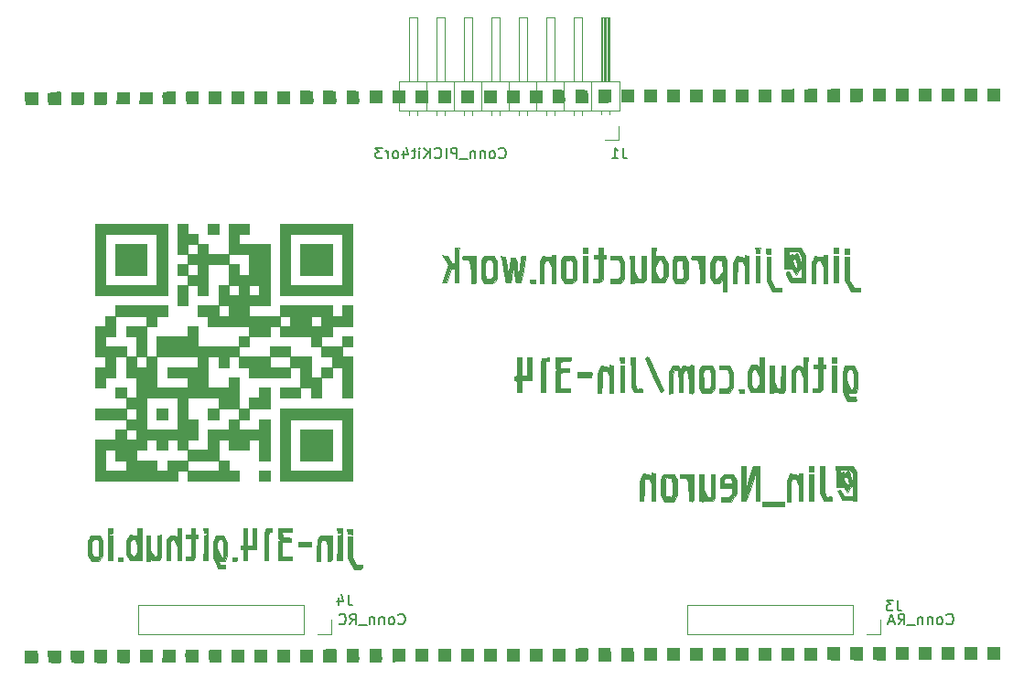
<source format=gbr>
%TF.GenerationSoftware,KiCad,Pcbnew,7.0.2*%
%TF.CreationDate,2023-05-26T00:09:40+09:00*%
%TF.ProjectId,JinBoard,4a696e42-6f61-4726-942e-6b696361645f,rev?*%
%TF.SameCoordinates,Original*%
%TF.FileFunction,Legend,Bot*%
%TF.FilePolarity,Positive*%
%FSLAX46Y46*%
G04 Gerber Fmt 4.6, Leading zero omitted, Abs format (unit mm)*
G04 Created by KiCad (PCBNEW 7.0.2) date 2023-05-26 00:09:40*
%MOMM*%
%LPD*%
G01*
G04 APERTURE LIST*
%ADD10C,0.150000*%
%ADD11C,0.120000*%
%ADD12C,0.084730*%
G04 APERTURE END LIST*
D10*
%TO.C,J1*%
X157813333Y-83282619D02*
X157813333Y-83996904D01*
X157813333Y-83996904D02*
X157860952Y-84139761D01*
X157860952Y-84139761D02*
X157956190Y-84235000D01*
X157956190Y-84235000D02*
X158099047Y-84282619D01*
X158099047Y-84282619D02*
X158194285Y-84282619D01*
X156813333Y-84282619D02*
X157384761Y-84282619D01*
X157099047Y-84282619D02*
X157099047Y-83282619D01*
X157099047Y-83282619D02*
X157194285Y-83425476D01*
X157194285Y-83425476D02*
X157289523Y-83520714D01*
X157289523Y-83520714D02*
X157384761Y-83568333D01*
X146374762Y-84187380D02*
X146422381Y-84235000D01*
X146422381Y-84235000D02*
X146565238Y-84282619D01*
X146565238Y-84282619D02*
X146660476Y-84282619D01*
X146660476Y-84282619D02*
X146803333Y-84235000D01*
X146803333Y-84235000D02*
X146898571Y-84139761D01*
X146898571Y-84139761D02*
X146946190Y-84044523D01*
X146946190Y-84044523D02*
X146993809Y-83854047D01*
X146993809Y-83854047D02*
X146993809Y-83711190D01*
X146993809Y-83711190D02*
X146946190Y-83520714D01*
X146946190Y-83520714D02*
X146898571Y-83425476D01*
X146898571Y-83425476D02*
X146803333Y-83330238D01*
X146803333Y-83330238D02*
X146660476Y-83282619D01*
X146660476Y-83282619D02*
X146565238Y-83282619D01*
X146565238Y-83282619D02*
X146422381Y-83330238D01*
X146422381Y-83330238D02*
X146374762Y-83377857D01*
X145803333Y-84282619D02*
X145898571Y-84235000D01*
X145898571Y-84235000D02*
X145946190Y-84187380D01*
X145946190Y-84187380D02*
X145993809Y-84092142D01*
X145993809Y-84092142D02*
X145993809Y-83806428D01*
X145993809Y-83806428D02*
X145946190Y-83711190D01*
X145946190Y-83711190D02*
X145898571Y-83663571D01*
X145898571Y-83663571D02*
X145803333Y-83615952D01*
X145803333Y-83615952D02*
X145660476Y-83615952D01*
X145660476Y-83615952D02*
X145565238Y-83663571D01*
X145565238Y-83663571D02*
X145517619Y-83711190D01*
X145517619Y-83711190D02*
X145470000Y-83806428D01*
X145470000Y-83806428D02*
X145470000Y-84092142D01*
X145470000Y-84092142D02*
X145517619Y-84187380D01*
X145517619Y-84187380D02*
X145565238Y-84235000D01*
X145565238Y-84235000D02*
X145660476Y-84282619D01*
X145660476Y-84282619D02*
X145803333Y-84282619D01*
X145041428Y-83615952D02*
X145041428Y-84282619D01*
X145041428Y-83711190D02*
X144993809Y-83663571D01*
X144993809Y-83663571D02*
X144898571Y-83615952D01*
X144898571Y-83615952D02*
X144755714Y-83615952D01*
X144755714Y-83615952D02*
X144660476Y-83663571D01*
X144660476Y-83663571D02*
X144612857Y-83758809D01*
X144612857Y-83758809D02*
X144612857Y-84282619D01*
X144136666Y-83615952D02*
X144136666Y-84282619D01*
X144136666Y-83711190D02*
X144089047Y-83663571D01*
X144089047Y-83663571D02*
X143993809Y-83615952D01*
X143993809Y-83615952D02*
X143850952Y-83615952D01*
X143850952Y-83615952D02*
X143755714Y-83663571D01*
X143755714Y-83663571D02*
X143708095Y-83758809D01*
X143708095Y-83758809D02*
X143708095Y-84282619D01*
X143470000Y-84377857D02*
X142708095Y-84377857D01*
X142469999Y-84282619D02*
X142469999Y-83282619D01*
X142469999Y-83282619D02*
X142089047Y-83282619D01*
X142089047Y-83282619D02*
X141993809Y-83330238D01*
X141993809Y-83330238D02*
X141946190Y-83377857D01*
X141946190Y-83377857D02*
X141898571Y-83473095D01*
X141898571Y-83473095D02*
X141898571Y-83615952D01*
X141898571Y-83615952D02*
X141946190Y-83711190D01*
X141946190Y-83711190D02*
X141993809Y-83758809D01*
X141993809Y-83758809D02*
X142089047Y-83806428D01*
X142089047Y-83806428D02*
X142469999Y-83806428D01*
X141469999Y-84282619D02*
X141469999Y-83282619D01*
X140422381Y-84187380D02*
X140470000Y-84235000D01*
X140470000Y-84235000D02*
X140612857Y-84282619D01*
X140612857Y-84282619D02*
X140708095Y-84282619D01*
X140708095Y-84282619D02*
X140850952Y-84235000D01*
X140850952Y-84235000D02*
X140946190Y-84139761D01*
X140946190Y-84139761D02*
X140993809Y-84044523D01*
X140993809Y-84044523D02*
X141041428Y-83854047D01*
X141041428Y-83854047D02*
X141041428Y-83711190D01*
X141041428Y-83711190D02*
X140993809Y-83520714D01*
X140993809Y-83520714D02*
X140946190Y-83425476D01*
X140946190Y-83425476D02*
X140850952Y-83330238D01*
X140850952Y-83330238D02*
X140708095Y-83282619D01*
X140708095Y-83282619D02*
X140612857Y-83282619D01*
X140612857Y-83282619D02*
X140470000Y-83330238D01*
X140470000Y-83330238D02*
X140422381Y-83377857D01*
X139993809Y-84282619D02*
X139993809Y-83282619D01*
X139422381Y-84282619D02*
X139850952Y-83711190D01*
X139422381Y-83282619D02*
X139993809Y-83854047D01*
X138993809Y-84282619D02*
X138993809Y-83615952D01*
X138993809Y-83282619D02*
X139041428Y-83330238D01*
X139041428Y-83330238D02*
X138993809Y-83377857D01*
X138993809Y-83377857D02*
X138946190Y-83330238D01*
X138946190Y-83330238D02*
X138993809Y-83282619D01*
X138993809Y-83282619D02*
X138993809Y-83377857D01*
X138660476Y-83615952D02*
X138279524Y-83615952D01*
X138517619Y-83282619D02*
X138517619Y-84139761D01*
X138517619Y-84139761D02*
X138470000Y-84235000D01*
X138470000Y-84235000D02*
X138374762Y-84282619D01*
X138374762Y-84282619D02*
X138279524Y-84282619D01*
X137517619Y-83615952D02*
X137517619Y-84282619D01*
X137755714Y-83235000D02*
X137993809Y-83949285D01*
X137993809Y-83949285D02*
X137374762Y-83949285D01*
X136850952Y-84282619D02*
X136946190Y-84235000D01*
X136946190Y-84235000D02*
X136993809Y-84187380D01*
X136993809Y-84187380D02*
X137041428Y-84092142D01*
X137041428Y-84092142D02*
X137041428Y-83806428D01*
X137041428Y-83806428D02*
X136993809Y-83711190D01*
X136993809Y-83711190D02*
X136946190Y-83663571D01*
X136946190Y-83663571D02*
X136850952Y-83615952D01*
X136850952Y-83615952D02*
X136708095Y-83615952D01*
X136708095Y-83615952D02*
X136612857Y-83663571D01*
X136612857Y-83663571D02*
X136565238Y-83711190D01*
X136565238Y-83711190D02*
X136517619Y-83806428D01*
X136517619Y-83806428D02*
X136517619Y-84092142D01*
X136517619Y-84092142D02*
X136565238Y-84187380D01*
X136565238Y-84187380D02*
X136612857Y-84235000D01*
X136612857Y-84235000D02*
X136708095Y-84282619D01*
X136708095Y-84282619D02*
X136850952Y-84282619D01*
X136089047Y-84282619D02*
X136089047Y-83615952D01*
X136089047Y-83806428D02*
X136041428Y-83711190D01*
X136041428Y-83711190D02*
X135993809Y-83663571D01*
X135993809Y-83663571D02*
X135898571Y-83615952D01*
X135898571Y-83615952D02*
X135803333Y-83615952D01*
X135565237Y-83282619D02*
X134946190Y-83282619D01*
X134946190Y-83282619D02*
X135279523Y-83663571D01*
X135279523Y-83663571D02*
X135136666Y-83663571D01*
X135136666Y-83663571D02*
X135041428Y-83711190D01*
X135041428Y-83711190D02*
X134993809Y-83758809D01*
X134993809Y-83758809D02*
X134946190Y-83854047D01*
X134946190Y-83854047D02*
X134946190Y-84092142D01*
X134946190Y-84092142D02*
X134993809Y-84187380D01*
X134993809Y-84187380D02*
X135041428Y-84235000D01*
X135041428Y-84235000D02*
X135136666Y-84282619D01*
X135136666Y-84282619D02*
X135422380Y-84282619D01*
X135422380Y-84282619D02*
X135517618Y-84235000D01*
X135517618Y-84235000D02*
X135565237Y-84187380D01*
%TO.C,J3*%
X183213333Y-125192619D02*
X183213333Y-125906904D01*
X183213333Y-125906904D02*
X183260952Y-126049761D01*
X183260952Y-126049761D02*
X183356190Y-126145000D01*
X183356190Y-126145000D02*
X183499047Y-126192619D01*
X183499047Y-126192619D02*
X183594285Y-126192619D01*
X182832380Y-125192619D02*
X182213333Y-125192619D01*
X182213333Y-125192619D02*
X182546666Y-125573571D01*
X182546666Y-125573571D02*
X182403809Y-125573571D01*
X182403809Y-125573571D02*
X182308571Y-125621190D01*
X182308571Y-125621190D02*
X182260952Y-125668809D01*
X182260952Y-125668809D02*
X182213333Y-125764047D01*
X182213333Y-125764047D02*
X182213333Y-126002142D01*
X182213333Y-126002142D02*
X182260952Y-126097380D01*
X182260952Y-126097380D02*
X182308571Y-126145000D01*
X182308571Y-126145000D02*
X182403809Y-126192619D01*
X182403809Y-126192619D02*
X182689523Y-126192619D01*
X182689523Y-126192619D02*
X182784761Y-126145000D01*
X182784761Y-126145000D02*
X182832380Y-126097380D01*
X187777143Y-127367380D02*
X187824762Y-127415000D01*
X187824762Y-127415000D02*
X187967619Y-127462619D01*
X187967619Y-127462619D02*
X188062857Y-127462619D01*
X188062857Y-127462619D02*
X188205714Y-127415000D01*
X188205714Y-127415000D02*
X188300952Y-127319761D01*
X188300952Y-127319761D02*
X188348571Y-127224523D01*
X188348571Y-127224523D02*
X188396190Y-127034047D01*
X188396190Y-127034047D02*
X188396190Y-126891190D01*
X188396190Y-126891190D02*
X188348571Y-126700714D01*
X188348571Y-126700714D02*
X188300952Y-126605476D01*
X188300952Y-126605476D02*
X188205714Y-126510238D01*
X188205714Y-126510238D02*
X188062857Y-126462619D01*
X188062857Y-126462619D02*
X187967619Y-126462619D01*
X187967619Y-126462619D02*
X187824762Y-126510238D01*
X187824762Y-126510238D02*
X187777143Y-126557857D01*
X187205714Y-127462619D02*
X187300952Y-127415000D01*
X187300952Y-127415000D02*
X187348571Y-127367380D01*
X187348571Y-127367380D02*
X187396190Y-127272142D01*
X187396190Y-127272142D02*
X187396190Y-126986428D01*
X187396190Y-126986428D02*
X187348571Y-126891190D01*
X187348571Y-126891190D02*
X187300952Y-126843571D01*
X187300952Y-126843571D02*
X187205714Y-126795952D01*
X187205714Y-126795952D02*
X187062857Y-126795952D01*
X187062857Y-126795952D02*
X186967619Y-126843571D01*
X186967619Y-126843571D02*
X186920000Y-126891190D01*
X186920000Y-126891190D02*
X186872381Y-126986428D01*
X186872381Y-126986428D02*
X186872381Y-127272142D01*
X186872381Y-127272142D02*
X186920000Y-127367380D01*
X186920000Y-127367380D02*
X186967619Y-127415000D01*
X186967619Y-127415000D02*
X187062857Y-127462619D01*
X187062857Y-127462619D02*
X187205714Y-127462619D01*
X186443809Y-126795952D02*
X186443809Y-127462619D01*
X186443809Y-126891190D02*
X186396190Y-126843571D01*
X186396190Y-126843571D02*
X186300952Y-126795952D01*
X186300952Y-126795952D02*
X186158095Y-126795952D01*
X186158095Y-126795952D02*
X186062857Y-126843571D01*
X186062857Y-126843571D02*
X186015238Y-126938809D01*
X186015238Y-126938809D02*
X186015238Y-127462619D01*
X185539047Y-126795952D02*
X185539047Y-127462619D01*
X185539047Y-126891190D02*
X185491428Y-126843571D01*
X185491428Y-126843571D02*
X185396190Y-126795952D01*
X185396190Y-126795952D02*
X185253333Y-126795952D01*
X185253333Y-126795952D02*
X185158095Y-126843571D01*
X185158095Y-126843571D02*
X185110476Y-126938809D01*
X185110476Y-126938809D02*
X185110476Y-127462619D01*
X184872381Y-127557857D02*
X184110476Y-127557857D01*
X183300952Y-127462619D02*
X183634285Y-126986428D01*
X183872380Y-127462619D02*
X183872380Y-126462619D01*
X183872380Y-126462619D02*
X183491428Y-126462619D01*
X183491428Y-126462619D02*
X183396190Y-126510238D01*
X183396190Y-126510238D02*
X183348571Y-126557857D01*
X183348571Y-126557857D02*
X183300952Y-126653095D01*
X183300952Y-126653095D02*
X183300952Y-126795952D01*
X183300952Y-126795952D02*
X183348571Y-126891190D01*
X183348571Y-126891190D02*
X183396190Y-126938809D01*
X183396190Y-126938809D02*
X183491428Y-126986428D01*
X183491428Y-126986428D02*
X183872380Y-126986428D01*
X182919999Y-127176904D02*
X182443809Y-127176904D01*
X183015237Y-127462619D02*
X182681904Y-126462619D01*
X182681904Y-126462619D02*
X182348571Y-127462619D01*
%TO.C,J4*%
X132413333Y-124684619D02*
X132413333Y-125398904D01*
X132413333Y-125398904D02*
X132460952Y-125541761D01*
X132460952Y-125541761D02*
X132556190Y-125637000D01*
X132556190Y-125637000D02*
X132699047Y-125684619D01*
X132699047Y-125684619D02*
X132794285Y-125684619D01*
X131508571Y-125017952D02*
X131508571Y-125684619D01*
X131746666Y-124637000D02*
X131984761Y-125351285D01*
X131984761Y-125351285D02*
X131365714Y-125351285D01*
X137048571Y-127367380D02*
X137096190Y-127415000D01*
X137096190Y-127415000D02*
X137239047Y-127462619D01*
X137239047Y-127462619D02*
X137334285Y-127462619D01*
X137334285Y-127462619D02*
X137477142Y-127415000D01*
X137477142Y-127415000D02*
X137572380Y-127319761D01*
X137572380Y-127319761D02*
X137619999Y-127224523D01*
X137619999Y-127224523D02*
X137667618Y-127034047D01*
X137667618Y-127034047D02*
X137667618Y-126891190D01*
X137667618Y-126891190D02*
X137619999Y-126700714D01*
X137619999Y-126700714D02*
X137572380Y-126605476D01*
X137572380Y-126605476D02*
X137477142Y-126510238D01*
X137477142Y-126510238D02*
X137334285Y-126462619D01*
X137334285Y-126462619D02*
X137239047Y-126462619D01*
X137239047Y-126462619D02*
X137096190Y-126510238D01*
X137096190Y-126510238D02*
X137048571Y-126557857D01*
X136477142Y-127462619D02*
X136572380Y-127415000D01*
X136572380Y-127415000D02*
X136619999Y-127367380D01*
X136619999Y-127367380D02*
X136667618Y-127272142D01*
X136667618Y-127272142D02*
X136667618Y-126986428D01*
X136667618Y-126986428D02*
X136619999Y-126891190D01*
X136619999Y-126891190D02*
X136572380Y-126843571D01*
X136572380Y-126843571D02*
X136477142Y-126795952D01*
X136477142Y-126795952D02*
X136334285Y-126795952D01*
X136334285Y-126795952D02*
X136239047Y-126843571D01*
X136239047Y-126843571D02*
X136191428Y-126891190D01*
X136191428Y-126891190D02*
X136143809Y-126986428D01*
X136143809Y-126986428D02*
X136143809Y-127272142D01*
X136143809Y-127272142D02*
X136191428Y-127367380D01*
X136191428Y-127367380D02*
X136239047Y-127415000D01*
X136239047Y-127415000D02*
X136334285Y-127462619D01*
X136334285Y-127462619D02*
X136477142Y-127462619D01*
X135715237Y-126795952D02*
X135715237Y-127462619D01*
X135715237Y-126891190D02*
X135667618Y-126843571D01*
X135667618Y-126843571D02*
X135572380Y-126795952D01*
X135572380Y-126795952D02*
X135429523Y-126795952D01*
X135429523Y-126795952D02*
X135334285Y-126843571D01*
X135334285Y-126843571D02*
X135286666Y-126938809D01*
X135286666Y-126938809D02*
X135286666Y-127462619D01*
X134810475Y-126795952D02*
X134810475Y-127462619D01*
X134810475Y-126891190D02*
X134762856Y-126843571D01*
X134762856Y-126843571D02*
X134667618Y-126795952D01*
X134667618Y-126795952D02*
X134524761Y-126795952D01*
X134524761Y-126795952D02*
X134429523Y-126843571D01*
X134429523Y-126843571D02*
X134381904Y-126938809D01*
X134381904Y-126938809D02*
X134381904Y-127462619D01*
X134143809Y-127557857D02*
X133381904Y-127557857D01*
X132572380Y-127462619D02*
X132905713Y-126986428D01*
X133143808Y-127462619D02*
X133143808Y-126462619D01*
X133143808Y-126462619D02*
X132762856Y-126462619D01*
X132762856Y-126462619D02*
X132667618Y-126510238D01*
X132667618Y-126510238D02*
X132619999Y-126557857D01*
X132619999Y-126557857D02*
X132572380Y-126653095D01*
X132572380Y-126653095D02*
X132572380Y-126795952D01*
X132572380Y-126795952D02*
X132619999Y-126891190D01*
X132619999Y-126891190D02*
X132667618Y-126938809D01*
X132667618Y-126938809D02*
X132762856Y-126986428D01*
X132762856Y-126986428D02*
X133143808Y-126986428D01*
X131572380Y-127367380D02*
X131619999Y-127415000D01*
X131619999Y-127415000D02*
X131762856Y-127462619D01*
X131762856Y-127462619D02*
X131858094Y-127462619D01*
X131858094Y-127462619D02*
X132000951Y-127415000D01*
X132000951Y-127415000D02*
X132096189Y-127319761D01*
X132096189Y-127319761D02*
X132143808Y-127224523D01*
X132143808Y-127224523D02*
X132191427Y-127034047D01*
X132191427Y-127034047D02*
X132191427Y-126891190D01*
X132191427Y-126891190D02*
X132143808Y-126700714D01*
X132143808Y-126700714D02*
X132096189Y-126605476D01*
X132096189Y-126605476D02*
X132000951Y-126510238D01*
X132000951Y-126510238D02*
X131858094Y-126462619D01*
X131858094Y-126462619D02*
X131762856Y-126462619D01*
X131762856Y-126462619D02*
X131619999Y-126510238D01*
X131619999Y-126510238D02*
X131572380Y-126557857D01*
D11*
%TO.C,J1*%
X156195000Y-82550000D02*
X157465000Y-82550000D01*
X157465000Y-82550000D02*
X157465000Y-81280000D01*
X138035000Y-80237071D02*
X138035000Y-79840000D01*
X138795000Y-80237071D02*
X138795000Y-79840000D01*
X140575000Y-80237071D02*
X140575000Y-79840000D01*
X141335000Y-80237071D02*
X141335000Y-79840000D01*
X143115000Y-80237071D02*
X143115000Y-79840000D01*
X143875000Y-80237071D02*
X143875000Y-79840000D01*
X145655000Y-80237071D02*
X145655000Y-79840000D01*
X146415000Y-80237071D02*
X146415000Y-79840000D01*
X148195000Y-80237071D02*
X148195000Y-79840000D01*
X148955000Y-80237071D02*
X148955000Y-79840000D01*
X150735000Y-80237071D02*
X150735000Y-79840000D01*
X151495000Y-80237071D02*
X151495000Y-79840000D01*
X153275000Y-80237071D02*
X153275000Y-79840000D01*
X154035000Y-80237071D02*
X154035000Y-79840000D01*
X155815000Y-80170000D02*
X155815000Y-79840000D01*
X156575000Y-80170000D02*
X156575000Y-79840000D01*
X137085000Y-79840000D02*
X137085000Y-77180000D01*
X139685000Y-79840000D02*
X139685000Y-77180000D01*
X142225000Y-79840000D02*
X142225000Y-77180000D01*
X144765000Y-79840000D02*
X144765000Y-77180000D01*
X147305000Y-79840000D02*
X147305000Y-77180000D01*
X149845000Y-79840000D02*
X149845000Y-77180000D01*
X152385000Y-79840000D02*
X152385000Y-77180000D01*
X154925000Y-79840000D02*
X154925000Y-77180000D01*
X157525000Y-79840000D02*
X137085000Y-79840000D01*
X137085000Y-77180000D02*
X157525000Y-77180000D01*
X138795000Y-77180000D02*
X138795000Y-71180000D01*
X141335000Y-77180000D02*
X141335000Y-71180000D01*
X143875000Y-77180000D02*
X143875000Y-71180000D01*
X146415000Y-77180000D02*
X146415000Y-71180000D01*
X148955000Y-77180000D02*
X148955000Y-71180000D01*
X151495000Y-77180000D02*
X151495000Y-71180000D01*
X154035000Y-77180000D02*
X154035000Y-71180000D01*
X155915000Y-77180000D02*
X155915000Y-71180000D01*
X156035000Y-77180000D02*
X156035000Y-71180000D01*
X156155000Y-77180000D02*
X156155000Y-71180000D01*
X156275000Y-77180000D02*
X156275000Y-71180000D01*
X156395000Y-77180000D02*
X156395000Y-71180000D01*
X156515000Y-77180000D02*
X156515000Y-71180000D01*
X156575000Y-77180000D02*
X156575000Y-71180000D01*
X157525000Y-77180000D02*
X157525000Y-79840000D01*
X138035000Y-71180000D02*
X138035000Y-77180000D01*
X138795000Y-71180000D02*
X138035000Y-71180000D01*
X140575000Y-71180000D02*
X140575000Y-77180000D01*
X141335000Y-71180000D02*
X140575000Y-71180000D01*
X143115000Y-71180000D02*
X143115000Y-77180000D01*
X143875000Y-71180000D02*
X143115000Y-71180000D01*
X145655000Y-71180000D02*
X145655000Y-77180000D01*
X146415000Y-71180000D02*
X145655000Y-71180000D01*
X148195000Y-71180000D02*
X148195000Y-77180000D01*
X148955000Y-71180000D02*
X148195000Y-71180000D01*
X150735000Y-71180000D02*
X150735000Y-77180000D01*
X151495000Y-71180000D02*
X150735000Y-71180000D01*
X153275000Y-71180000D02*
X153275000Y-77180000D01*
X154035000Y-71180000D02*
X153275000Y-71180000D01*
X155815000Y-71180000D02*
X155815000Y-77180000D01*
X156575000Y-71180000D02*
X155815000Y-71180000D01*
%TO.C,REF\u002A\u002A*%
D12*
X192654494Y-130624507D02*
X191553002Y-130624507D01*
X191553002Y-129523013D01*
X192654494Y-129523013D01*
X192654494Y-130624507D01*
G36*
X192654494Y-130624507D02*
G01*
X191553002Y-130624507D01*
X191553002Y-129523013D01*
X192654494Y-129523013D01*
X192654494Y-130624507D01*
G37*
X192654494Y-78939107D02*
X191553002Y-78939107D01*
X191553002Y-77837615D01*
X192654494Y-77837615D01*
X192654494Y-78939107D01*
G36*
X192654494Y-78939107D02*
G01*
X191553002Y-78939107D01*
X191553002Y-77837615D01*
X192654494Y-77837615D01*
X192654494Y-78939107D01*
G37*
X190536240Y-130624507D02*
X189434748Y-130624507D01*
X189434748Y-129523013D01*
X190536240Y-129523013D01*
X190536240Y-130624507D01*
G36*
X190536240Y-130624507D02*
G01*
X189434748Y-130624507D01*
X189434748Y-129523013D01*
X190536240Y-129523013D01*
X190536240Y-130624507D01*
G37*
X190536240Y-78939107D02*
X189434748Y-78939107D01*
X189434748Y-77837615D01*
X190536240Y-77837615D01*
X190536240Y-78939107D01*
G36*
X190536240Y-78939107D02*
G01*
X189434748Y-78939107D01*
X189434748Y-77837615D01*
X190536240Y-77837615D01*
X190536240Y-78939107D01*
G37*
X188417986Y-130624507D02*
X187316494Y-130624507D01*
X187316494Y-129523013D01*
X188417986Y-129523013D01*
X188417986Y-130624507D01*
G36*
X188417986Y-130624507D02*
G01*
X187316494Y-130624507D01*
X187316494Y-129523013D01*
X188417986Y-129523013D01*
X188417986Y-130624507D01*
G37*
X188417986Y-78939107D02*
X187316494Y-78939107D01*
X187316494Y-77837615D01*
X188417986Y-77837615D01*
X188417986Y-78939107D01*
G36*
X188417986Y-78939107D02*
G01*
X187316494Y-78939107D01*
X187316494Y-77837615D01*
X188417986Y-77837615D01*
X188417986Y-78939107D01*
G37*
X186299731Y-130624507D02*
X185198240Y-130624507D01*
X185198240Y-129523013D01*
X186299731Y-129523013D01*
X186299731Y-130624507D01*
G36*
X186299731Y-130624507D02*
G01*
X185198240Y-130624507D01*
X185198240Y-129523013D01*
X186299731Y-129523013D01*
X186299731Y-130624507D01*
G37*
X186299731Y-78939107D02*
X185198240Y-78939107D01*
X185198240Y-77837615D01*
X186299731Y-77837615D01*
X186299731Y-78939107D01*
G36*
X186299731Y-78939107D02*
G01*
X185198240Y-78939107D01*
X185198240Y-77837615D01*
X186299731Y-77837615D01*
X186299731Y-78939107D01*
G37*
X184181478Y-130624507D02*
X183079986Y-130624507D01*
X183079986Y-129523013D01*
X184181478Y-129523013D01*
X184181478Y-130624507D01*
G36*
X184181478Y-130624507D02*
G01*
X183079986Y-130624507D01*
X183079986Y-129523013D01*
X184181478Y-129523013D01*
X184181478Y-130624507D01*
G37*
X184181478Y-78939107D02*
X183079986Y-78939107D01*
X183079986Y-77837615D01*
X184181478Y-77837615D01*
X184181478Y-78939107D01*
G36*
X184181478Y-78939107D02*
G01*
X183079986Y-78939107D01*
X183079986Y-77837615D01*
X184181478Y-77837615D01*
X184181478Y-78939107D01*
G37*
X182063223Y-78939107D02*
X180961731Y-78939107D01*
X180961731Y-77837615D01*
X182063223Y-77837615D01*
X182063223Y-78939107D01*
G36*
X182063223Y-78939107D02*
G01*
X180961731Y-78939107D01*
X180961731Y-77837615D01*
X182063223Y-77837615D01*
X182063223Y-78939107D01*
G37*
X178758747Y-93173773D02*
X178335096Y-93173773D01*
X178335096Y-92665393D01*
X178758747Y-92665393D01*
X178758747Y-93173773D01*
G36*
X178758747Y-93173773D02*
G01*
X178335096Y-93173773D01*
X178335096Y-92665393D01*
X178758747Y-92665393D01*
X178758747Y-93173773D01*
G37*
X177741985Y-95800410D02*
X177318333Y-95800410D01*
X177318333Y-93343236D01*
X177741985Y-93343236D01*
X177741985Y-95800410D01*
G36*
X177741985Y-95800410D02*
G01*
X177318333Y-95800410D01*
X177318333Y-93343236D01*
X177741985Y-93343236D01*
X177741985Y-95800410D01*
G37*
X177741985Y-93089043D02*
X177318333Y-93089043D01*
X177318333Y-92580662D01*
X177741985Y-92580662D01*
X177741985Y-93089043D01*
G36*
X177741985Y-93089043D02*
G01*
X177318333Y-93089043D01*
X177318333Y-92580662D01*
X177741985Y-92580662D01*
X177741985Y-93089043D01*
G37*
X177572524Y-105968030D02*
X177148874Y-105968030D01*
X177148874Y-103510855D01*
X177572524Y-103510855D01*
X177572524Y-105968030D01*
G36*
X177572524Y-105968030D02*
G01*
X177148874Y-105968030D01*
X177148874Y-103510855D01*
X177572524Y-103510855D01*
X177572524Y-105968030D01*
G37*
X177572524Y-103256663D02*
X177148874Y-103256663D01*
X177148874Y-102748282D01*
X177572524Y-102748282D01*
X177572524Y-103256663D01*
G36*
X177572524Y-103256663D02*
G01*
X177148874Y-103256663D01*
X177148874Y-102748282D01*
X177572524Y-102748282D01*
X177572524Y-103256663D01*
G37*
X175454271Y-115966189D02*
X175030620Y-115966189D01*
X175030620Y-113509013D01*
X175454271Y-113509013D01*
X175454271Y-115966189D01*
G36*
X175454271Y-115966189D02*
G01*
X175030620Y-115966189D01*
X175030620Y-113509013D01*
X175454271Y-113509013D01*
X175454271Y-115966189D01*
G37*
X175454271Y-113254824D02*
X175030620Y-113254824D01*
X175030620Y-112746443D01*
X175454271Y-112746443D01*
X175454271Y-113254824D01*
G36*
X175454271Y-113254824D02*
G01*
X175030620Y-113254824D01*
X175030620Y-112746443D01*
X175454271Y-112746443D01*
X175454271Y-113254824D01*
G37*
X175708461Y-130709231D02*
X174606967Y-130709231D01*
X174606967Y-129607737D01*
X175708461Y-129607737D01*
X175708461Y-130709231D01*
G36*
X175708461Y-130709231D02*
G01*
X174606967Y-130709231D01*
X174606967Y-129607737D01*
X175708461Y-129607737D01*
X175708461Y-130709231D01*
G37*
X173590207Y-130709231D02*
X172488713Y-130709231D01*
X172488713Y-129607737D01*
X173590207Y-129607737D01*
X173590207Y-130709231D01*
G36*
X173590207Y-130709231D02*
G01*
X172488713Y-130709231D01*
X172488713Y-129607737D01*
X173590207Y-129607737D01*
X173590207Y-130709231D01*
G37*
X172742906Y-116474570D02*
X170709382Y-116474570D01*
X170709382Y-116050917D01*
X172742906Y-116050917D01*
X172742906Y-116474570D01*
G36*
X172742906Y-116474570D02*
G01*
X170709382Y-116474570D01*
X170709382Y-116050917D01*
X172742906Y-116050917D01*
X172742906Y-116474570D01*
G37*
X171471952Y-130709231D02*
X170370458Y-130709231D01*
X170370458Y-129607737D01*
X171471952Y-129607737D01*
X171471952Y-130709231D01*
G36*
X171471952Y-130709231D02*
G01*
X170370458Y-130709231D01*
X170370458Y-129607737D01*
X171471952Y-129607737D01*
X171471952Y-130709231D01*
G37*
X171471952Y-79023837D02*
X170370458Y-79023837D01*
X170370458Y-77922345D01*
X171471952Y-77922345D01*
X171471952Y-79023837D01*
G36*
X171471952Y-79023837D02*
G01*
X170370458Y-79023837D01*
X170370458Y-77922345D01*
X171471952Y-77922345D01*
X171471952Y-79023837D01*
G37*
X170455190Y-95800412D02*
X170116269Y-95800412D01*
X170116269Y-93343237D01*
X170455190Y-93343237D01*
X170455190Y-95800412D01*
G36*
X170455190Y-95800412D02*
G01*
X170116269Y-95800412D01*
X170116269Y-93343237D01*
X170455190Y-93343237D01*
X170455190Y-95800412D01*
G37*
X169353698Y-130709231D02*
X168252204Y-130709231D01*
X168252204Y-129607737D01*
X169353698Y-129607737D01*
X169353698Y-130709231D01*
G36*
X169353698Y-130709231D02*
G01*
X168252204Y-130709231D01*
X168252204Y-129607737D01*
X169353698Y-129607737D01*
X169353698Y-130709231D01*
G37*
X169353698Y-79023837D02*
X168252204Y-79023837D01*
X168252204Y-77922345D01*
X169353698Y-77922345D01*
X169353698Y-79023837D01*
G36*
X169353698Y-79023837D02*
G01*
X168252204Y-79023837D01*
X168252204Y-77922345D01*
X169353698Y-77922345D01*
X169353698Y-79023837D01*
G37*
X167235444Y-130709231D02*
X166133950Y-130709231D01*
X166133950Y-129607737D01*
X167235444Y-129607737D01*
X167235444Y-130709231D01*
G36*
X167235444Y-130709231D02*
G01*
X166133950Y-130709231D01*
X166133950Y-129607737D01*
X167235444Y-129607737D01*
X167235444Y-130709231D01*
G37*
X167235444Y-79023837D02*
X166133950Y-79023837D01*
X166133950Y-77922345D01*
X167235444Y-77922345D01*
X167235444Y-79023837D01*
G36*
X167235444Y-79023837D02*
G01*
X166133950Y-79023837D01*
X166133950Y-77922345D01*
X167235444Y-77922345D01*
X167235444Y-79023837D01*
G37*
X165117191Y-130709231D02*
X164015697Y-130709231D01*
X164015697Y-129607737D01*
X165117191Y-129607737D01*
X165117191Y-130709231D01*
G36*
X165117191Y-130709231D02*
G01*
X164015697Y-130709231D01*
X164015697Y-129607737D01*
X165117191Y-129607737D01*
X165117191Y-130709231D01*
G37*
X165117191Y-79023838D02*
X164015697Y-79023838D01*
X164015697Y-77922345D01*
X165117191Y-77922345D01*
X165117191Y-79023838D01*
G36*
X165117191Y-79023838D02*
G01*
X164015697Y-79023838D01*
X164015697Y-77922345D01*
X165117191Y-77922345D01*
X165117191Y-79023838D01*
G37*
X162998937Y-130709231D02*
X161897443Y-130709231D01*
X161897443Y-129607737D01*
X162998937Y-129607737D01*
X162998937Y-130709231D01*
G36*
X162998937Y-130709231D02*
G01*
X161897443Y-130709231D01*
X161897443Y-129607737D01*
X162998937Y-129607737D01*
X162998937Y-130709231D01*
G37*
X162998937Y-79023838D02*
X161897443Y-79023838D01*
X161897443Y-77922345D01*
X162998937Y-77922345D01*
X162998937Y-79023838D01*
G36*
X162998937Y-79023838D02*
G01*
X161897443Y-79023838D01*
X161897443Y-77922345D01*
X162998937Y-77922345D01*
X162998937Y-79023838D01*
G37*
X158762428Y-79023837D02*
X157660934Y-79023837D01*
X157660934Y-77922345D01*
X158762428Y-77922345D01*
X158762428Y-79023837D01*
G36*
X158762428Y-79023837D02*
G01*
X157660934Y-79023837D01*
X157660934Y-77922345D01*
X158762428Y-77922345D01*
X158762428Y-79023837D01*
G37*
X157915126Y-105968030D02*
X157576205Y-105968030D01*
X157576205Y-103510855D01*
X157915126Y-103510855D01*
X157915126Y-105968030D01*
G36*
X157915126Y-105968030D02*
G01*
X157576205Y-105968030D01*
X157576205Y-103510855D01*
X157915126Y-103510855D01*
X157915126Y-105968030D01*
G37*
X154525920Y-95800412D02*
X154102267Y-95800412D01*
X154102267Y-93343237D01*
X154525920Y-93343237D01*
X154525920Y-95800412D01*
G36*
X154525920Y-95800412D02*
G01*
X154102267Y-95800412D01*
X154102267Y-93343237D01*
X154525920Y-93343237D01*
X154525920Y-95800412D01*
G37*
X154525920Y-93089043D02*
X154102267Y-93089043D01*
X154102267Y-92580662D01*
X154525920Y-92580662D01*
X154525920Y-93089043D01*
G36*
X154525920Y-93089043D02*
G01*
X154102267Y-93089043D01*
X154102267Y-92580662D01*
X154525920Y-92580662D01*
X154525920Y-93089043D01*
G37*
X152407665Y-130793959D02*
X151306171Y-130793959D01*
X151306171Y-129692465D01*
X152407665Y-129692465D01*
X152407665Y-130793959D01*
G36*
X152407665Y-130793959D02*
G01*
X151306171Y-130793959D01*
X151306171Y-129692465D01*
X152407665Y-129692465D01*
X152407665Y-130793959D01*
G37*
X150289413Y-130793959D02*
X149187919Y-130793959D01*
X149187919Y-129692465D01*
X150289413Y-129692465D01*
X150289413Y-130793959D01*
G36*
X150289413Y-130793959D02*
G01*
X149187919Y-130793959D01*
X149187919Y-129692465D01*
X150289413Y-129692465D01*
X150289413Y-130793959D01*
G37*
X150289413Y-79108568D02*
X149187919Y-79108568D01*
X149187919Y-78007076D01*
X150289413Y-78007076D01*
X150289413Y-79108568D01*
G36*
X150289413Y-79108568D02*
G01*
X149187919Y-79108568D01*
X149187919Y-78007076D01*
X150289413Y-78007076D01*
X150289413Y-79108568D01*
G37*
X148171157Y-130793959D02*
X147069663Y-130793959D01*
X147069663Y-129692465D01*
X148171157Y-129692465D01*
X148171157Y-130793959D01*
G36*
X148171157Y-130793959D02*
G01*
X147069663Y-130793959D01*
X147069663Y-129692465D01*
X148171157Y-129692465D01*
X148171157Y-130793959D01*
G37*
X148171157Y-79108568D02*
X147069663Y-79108568D01*
X147069663Y-78007076D01*
X148171157Y-78007076D01*
X148171157Y-79108568D01*
G36*
X148171157Y-79108568D02*
G01*
X147069663Y-79108568D01*
X147069663Y-78007076D01*
X148171157Y-78007076D01*
X148171157Y-79108568D01*
G37*
X146052901Y-130793959D02*
X144951408Y-130793959D01*
X144951408Y-129692465D01*
X146052901Y-129692465D01*
X146052901Y-130793959D01*
G36*
X146052901Y-130793959D02*
G01*
X144951408Y-130793959D01*
X144951408Y-129692465D01*
X146052901Y-129692465D01*
X146052901Y-130793959D01*
G37*
X146052901Y-79108568D02*
X144951408Y-79108568D01*
X144951408Y-78007076D01*
X146052901Y-78007076D01*
X146052901Y-79108568D01*
G36*
X146052901Y-79108568D02*
G01*
X144951408Y-79108568D01*
X144951408Y-78007076D01*
X146052901Y-78007076D01*
X146052901Y-79108568D01*
G37*
X143934650Y-130793959D02*
X142833156Y-130793959D01*
X142833156Y-129692465D01*
X143934650Y-129692465D01*
X143934650Y-130793959D01*
G36*
X143934650Y-130793959D02*
G01*
X142833156Y-130793959D01*
X142833156Y-129692465D01*
X143934650Y-129692465D01*
X143934650Y-130793959D01*
G37*
X143934650Y-79108568D02*
X142833156Y-79108568D01*
X142833156Y-78007076D01*
X143934650Y-78007076D01*
X143934650Y-79108568D01*
G36*
X143934650Y-79108568D02*
G01*
X142833156Y-79108568D01*
X142833156Y-78007076D01*
X143934650Y-78007076D01*
X143934650Y-79108568D01*
G37*
X141816394Y-130793959D02*
X140714900Y-130793959D01*
X140714900Y-129692465D01*
X141816394Y-129692465D01*
X141816394Y-130793959D01*
G36*
X141816394Y-130793959D02*
G01*
X140714900Y-130793959D01*
X140714900Y-129692465D01*
X141816394Y-129692465D01*
X141816394Y-130793959D01*
G37*
X141816394Y-79108568D02*
X140714900Y-79108568D01*
X140714900Y-78007076D01*
X141816394Y-78007076D01*
X141816394Y-79108568D01*
G36*
X141816394Y-79108568D02*
G01*
X140714900Y-79108568D01*
X140714900Y-78007076D01*
X141816394Y-78007076D01*
X141816394Y-79108568D01*
G37*
X139698138Y-130793959D02*
X138596645Y-130793959D01*
X138596645Y-129692465D01*
X139698138Y-129692465D01*
X139698138Y-130793959D01*
G36*
X139698138Y-130793959D02*
G01*
X138596645Y-130793959D01*
X138596645Y-129692465D01*
X139698138Y-129692465D01*
X139698138Y-130793959D01*
G37*
X139698138Y-79108568D02*
X138596645Y-79108568D01*
X138596645Y-78007076D01*
X139698138Y-78007076D01*
X139698138Y-79108568D01*
G36*
X139698138Y-79108568D02*
G01*
X138596645Y-79108568D01*
X138596645Y-78007076D01*
X139698138Y-78007076D01*
X139698138Y-79108568D01*
G37*
X137579887Y-79108568D02*
X136478393Y-79108568D01*
X136478393Y-78007076D01*
X137579887Y-78007076D01*
X137579887Y-79108568D01*
G36*
X137579887Y-79108568D02*
G01*
X136478393Y-79108568D01*
X136478393Y-78007076D01*
X137579887Y-78007076D01*
X137579887Y-79108568D01*
G37*
X135461631Y-79108568D02*
X134360137Y-79108568D01*
X134360137Y-78007076D01*
X135461631Y-78007076D01*
X135461631Y-79108568D01*
G36*
X135461631Y-79108568D02*
G01*
X134360137Y-79108568D01*
X134360137Y-78007076D01*
X135461631Y-78007076D01*
X135461631Y-79108568D01*
G37*
X132750266Y-101731520D02*
X131818237Y-101731520D01*
X131818237Y-100799489D01*
X132750266Y-100799489D01*
X132750266Y-101731520D01*
G36*
X132750266Y-101731520D02*
G01*
X131818237Y-101731520D01*
X131818237Y-100799489D01*
X132750266Y-100799489D01*
X132750266Y-101731520D01*
G37*
X130886199Y-104612351D02*
X129954170Y-104612351D01*
X129954170Y-103680319D01*
X130886199Y-103680319D01*
X130886199Y-104612351D01*
G36*
X130886199Y-104612351D02*
G01*
X129954170Y-104612351D01*
X129954170Y-103680319D01*
X130886199Y-103680319D01*
X130886199Y-104612351D01*
G37*
X129106868Y-130878695D02*
X128005378Y-130878695D01*
X128005378Y-129777201D01*
X129106868Y-129777201D01*
X129106868Y-130878695D01*
G36*
X129106868Y-130878695D02*
G01*
X128005378Y-130878695D01*
X128005378Y-129777201D01*
X129106868Y-129777201D01*
X129106868Y-130878695D01*
G37*
X130886203Y-112238066D02*
X128005378Y-112238066D01*
X128005378Y-109357237D01*
X130886203Y-109357237D01*
X130886203Y-112238066D01*
G36*
X130886203Y-112238066D02*
G01*
X128005378Y-112238066D01*
X128005378Y-109357237D01*
X130886203Y-109357237D01*
X130886203Y-112238066D01*
G37*
X130886203Y-95122567D02*
X128005378Y-95122567D01*
X128005378Y-92241743D01*
X130886203Y-92241743D01*
X130886203Y-95122567D01*
G36*
X130886203Y-95122567D02*
G01*
X128005378Y-95122567D01*
X128005378Y-92241743D01*
X130886203Y-92241743D01*
X130886203Y-95122567D01*
G37*
X128005378Y-106476414D02*
X126141319Y-106476414D01*
X126141319Y-105544381D01*
X128005378Y-105544381D01*
X128005378Y-106476414D01*
G36*
X128005378Y-106476414D02*
G01*
X126141319Y-106476414D01*
X126141319Y-105544381D01*
X128005378Y-105544381D01*
X128005378Y-106476414D01*
G37*
X126988616Y-130878695D02*
X125887122Y-130878695D01*
X125887122Y-129777201D01*
X126988616Y-129777201D01*
X126988616Y-130878695D01*
G36*
X126988616Y-130878695D02*
G01*
X125887122Y-130878695D01*
X125887122Y-129777201D01*
X126988616Y-129777201D01*
X126988616Y-130878695D01*
G37*
X126988616Y-79193298D02*
X125887122Y-79193298D01*
X125887122Y-78091806D01*
X126988616Y-78091806D01*
X126988616Y-79193298D01*
G36*
X126988616Y-79193298D02*
G01*
X125887122Y-79193298D01*
X125887122Y-78091806D01*
X126988616Y-78091806D01*
X126988616Y-79193298D01*
G37*
X125209281Y-114102126D02*
X124192512Y-114102126D01*
X124192512Y-113170096D01*
X125209281Y-113170096D01*
X125209281Y-114102126D01*
G36*
X125209281Y-114102126D02*
G01*
X124192512Y-114102126D01*
X124192512Y-113170096D01*
X125209281Y-113170096D01*
X125209281Y-114102126D01*
G37*
X124870361Y-130878695D02*
X123768874Y-130878695D01*
X123768874Y-129777201D01*
X124870361Y-129777201D01*
X124870361Y-130878695D01*
G36*
X124870361Y-130878695D02*
G01*
X123768874Y-130878695D01*
X123768874Y-129777201D01*
X124870361Y-129777201D01*
X124870361Y-130878695D01*
G37*
X124870361Y-79193298D02*
X123768874Y-79193298D01*
X123768874Y-78091806D01*
X124870361Y-78091806D01*
X124870361Y-79193298D01*
G36*
X124870361Y-79193298D02*
G01*
X123768874Y-79193298D01*
X123768874Y-78091806D01*
X124870361Y-78091806D01*
X124870361Y-79193298D01*
G37*
X122328452Y-107408442D02*
X122328437Y-107408442D01*
X122328437Y-107408438D01*
X122328452Y-107408438D01*
X122328452Y-107408442D01*
G36*
X122328452Y-107408442D02*
G01*
X122328437Y-107408442D01*
X122328437Y-107408438D01*
X122328452Y-107408438D01*
X122328452Y-107408442D01*
G37*
X122752105Y-130878695D02*
X121650619Y-130878695D01*
X121650619Y-129777201D01*
X122752105Y-129777201D01*
X122752105Y-130878695D01*
G36*
X122752105Y-130878695D02*
G01*
X121650619Y-130878695D01*
X121650619Y-129777201D01*
X122752105Y-129777201D01*
X122752105Y-130878695D01*
G37*
X122752105Y-79193298D02*
X121650619Y-79193298D01*
X121650619Y-78091806D01*
X122752105Y-78091806D01*
X122752105Y-79193298D01*
G36*
X122752105Y-79193298D02*
G01*
X121650619Y-79193298D01*
X121650619Y-78091806D01*
X122752105Y-78091806D01*
X122752105Y-79193298D01*
G37*
X120633849Y-79193298D02*
X119532363Y-79193298D01*
X119532363Y-78091806D01*
X120633849Y-78091806D01*
X120633849Y-79193298D01*
G36*
X120633849Y-79193298D02*
G01*
X119532363Y-79193298D01*
X119532363Y-78091806D01*
X120633849Y-78091806D01*
X120633849Y-79193298D01*
G37*
X120464393Y-108425202D02*
X119447623Y-108425202D01*
X119447623Y-107408440D01*
X120464393Y-107408440D01*
X120464393Y-108425202D01*
G36*
X120464393Y-108425202D02*
G01*
X119447623Y-108425202D01*
X119447623Y-107408440D01*
X120464393Y-107408440D01*
X120464393Y-108425202D01*
G37*
X120464393Y-91309711D02*
X119447623Y-91309711D01*
X119447623Y-90377679D01*
X120464393Y-90377679D01*
X120464393Y-91309711D01*
G36*
X120464393Y-91309711D02*
G01*
X119447623Y-91309711D01*
X119447623Y-90377679D01*
X120464393Y-90377679D01*
X120464393Y-91309711D01*
G37*
X117583564Y-97918664D02*
X116651527Y-97918664D01*
X116651527Y-96054600D01*
X117583564Y-96054600D01*
X117583564Y-97918664D01*
G36*
X117583564Y-97918664D02*
G01*
X116651527Y-97918664D01*
X116651527Y-96054600D01*
X117583564Y-96054600D01*
X117583564Y-97918664D01*
G37*
X115719505Y-108425202D02*
X114702735Y-108425202D01*
X114702735Y-107408440D01*
X115719505Y-107408440D01*
X115719505Y-108425202D01*
G36*
X115719505Y-108425202D02*
G01*
X114702735Y-108425202D01*
X114702735Y-107408440D01*
X115719505Y-107408440D01*
X115719505Y-108425202D01*
G37*
X113770736Y-102663560D02*
X113770690Y-102663560D01*
X113770690Y-102663556D01*
X113770736Y-102663556D01*
X113770736Y-102663560D01*
G36*
X113770736Y-102663560D02*
G01*
X113770690Y-102663560D01*
X113770690Y-102663556D01*
X113770736Y-102663556D01*
X113770736Y-102663560D01*
G37*
X113770721Y-99867459D02*
X113770690Y-99867459D01*
X113770690Y-99867457D01*
X113770721Y-99867457D01*
X113770721Y-99867459D01*
G36*
X113770721Y-99867459D02*
G01*
X113770690Y-99867459D01*
X113770690Y-99867457D01*
X113770721Y-99867457D01*
X113770721Y-99867459D01*
G37*
X111906661Y-102663554D02*
X111906646Y-102663554D01*
X111906646Y-102663550D01*
X111906661Y-102663550D01*
X111906661Y-102663554D01*
G36*
X111906661Y-102663554D02*
G01*
X111906646Y-102663554D01*
X111906646Y-102663550D01*
X111906661Y-102663550D01*
X111906661Y-102663554D01*
G37*
X111567725Y-121558379D02*
X111144080Y-121558379D01*
X111144080Y-121219458D01*
X111567725Y-121219458D01*
X111567725Y-121558379D01*
G36*
X111567725Y-121558379D02*
G01*
X111144080Y-121558379D01*
X111144080Y-121219458D01*
X111567725Y-121219458D01*
X111567725Y-121558379D01*
G37*
X111906661Y-106476409D02*
X110889892Y-106476409D01*
X110889892Y-105544375D01*
X111906661Y-105544375D01*
X111906661Y-106476409D01*
G36*
X111906661Y-106476409D02*
G01*
X110889892Y-106476409D01*
X110889892Y-105544375D01*
X111906661Y-105544375D01*
X111906661Y-106476409D01*
G37*
X113770705Y-95122567D02*
X110889877Y-95122567D01*
X110889877Y-92241743D01*
X113770705Y-92241743D01*
X113770705Y-95122567D01*
G36*
X113770705Y-95122567D02*
G01*
X110889877Y-95122567D01*
X110889877Y-92241743D01*
X113770705Y-92241743D01*
X113770705Y-95122567D01*
G37*
X111906646Y-108425202D02*
X109025832Y-108425202D01*
X109025832Y-107408440D01*
X111906646Y-107408440D01*
X111906646Y-108425202D01*
G36*
X111906646Y-108425202D02*
G01*
X109025832Y-108425202D01*
X109025832Y-107408440D01*
X111906646Y-107408440D01*
X111906646Y-108425202D01*
G37*
X160880681Y-130158484D02*
X160880679Y-130709231D01*
X159779186Y-130709231D01*
X159779186Y-129607737D01*
X160880681Y-129607737D01*
X160880681Y-130158484D01*
G36*
X160880681Y-130158484D02*
G01*
X160880679Y-130709231D01*
X159779186Y-130709231D01*
X159779186Y-129607737D01*
X160880681Y-129607737D01*
X160880681Y-130158484D01*
G37*
X160880681Y-78473091D02*
X160880679Y-79023837D01*
X159779186Y-79023837D01*
X159779186Y-77922345D01*
X160880681Y-77922345D01*
X160880681Y-78473091D01*
G36*
X160880681Y-78473091D02*
G01*
X160880679Y-79023837D01*
X159779186Y-79023837D01*
X159779186Y-77922345D01*
X160880681Y-77922345D01*
X160880681Y-78473091D01*
G37*
X158720065Y-129650103D02*
X158745116Y-130222033D01*
X158770171Y-130793948D01*
X157660938Y-130793948D01*
X157660938Y-129599642D01*
X158720065Y-129650103D01*
G36*
X158720065Y-129650103D02*
G01*
X158745116Y-130222033D01*
X158770171Y-130793948D01*
X157660938Y-130793948D01*
X157660938Y-129599642D01*
X158720065Y-129650103D01*
G37*
X157933200Y-103002472D02*
X157895900Y-103256663D01*
X157595451Y-103256663D01*
X157520828Y-102748282D01*
X157970512Y-102748282D01*
X157933200Y-103002472D01*
G36*
X157933200Y-103002472D02*
G01*
X157895900Y-103256663D01*
X157595451Y-103256663D01*
X157520828Y-102748282D01*
X157970512Y-102748282D01*
X157933200Y-103002472D01*
G37*
X156601810Y-129650103D02*
X156626861Y-130222033D01*
X156651920Y-130793948D01*
X155542682Y-130793948D01*
X155542682Y-129599642D01*
X156601810Y-129650103D01*
G36*
X156601810Y-129650103D02*
G01*
X156626861Y-130222033D01*
X156651920Y-130793948D01*
X155542682Y-130793948D01*
X155542682Y-129599642D01*
X156601810Y-129650103D01*
G37*
X132750266Y-119113001D02*
X132559623Y-119085921D01*
X132368980Y-119058840D01*
X132315360Y-118592822D01*
X132750266Y-118592822D01*
X132750266Y-119113001D01*
G36*
X132750266Y-119113001D02*
G01*
X132559623Y-119085921D01*
X132368980Y-119058840D01*
X132315360Y-118592822D01*
X132750266Y-118592822D01*
X132750266Y-119113001D01*
G37*
X131818233Y-119028273D02*
X131627589Y-119001193D01*
X131436946Y-118974112D01*
X131383327Y-118508093D01*
X131818233Y-118508093D01*
X131818233Y-119028273D01*
G36*
X131818233Y-119028273D02*
G01*
X131627589Y-119001193D01*
X131436946Y-118974112D01*
X131383327Y-118508093D01*
X131818233Y-118508093D01*
X131818233Y-119028273D01*
G37*
X129022140Y-119990870D02*
X129022144Y-120202696D01*
X127835922Y-120202696D01*
X127835922Y-119779044D01*
X129022140Y-119779044D01*
X129022140Y-119990870D01*
G36*
X129022140Y-119990870D02*
G01*
X129022144Y-120202696D01*
X127835922Y-120202696D01*
X127835922Y-119779044D01*
X129022140Y-119779044D01*
X129022140Y-119990870D01*
G37*
X119447631Y-119028273D02*
X119256988Y-119001193D01*
X119066344Y-118974112D01*
X119012725Y-118508093D01*
X119447631Y-118508093D01*
X119447631Y-119028273D01*
G36*
X119447631Y-119028273D02*
G01*
X119256988Y-119001193D01*
X119066344Y-118974112D01*
X119012725Y-118508093D01*
X119447631Y-118508093D01*
X119447631Y-119028273D01*
G37*
X182063223Y-130717322D02*
X181533660Y-130692103D01*
X181004096Y-130666873D01*
X181004096Y-129565379D01*
X181533660Y-129540148D01*
X182063223Y-129514929D01*
X182063223Y-130717322D01*
G36*
X182063223Y-130717322D02*
G01*
X181533660Y-130692103D01*
X181004096Y-130666873D01*
X181004096Y-129565379D01*
X181533660Y-129540148D01*
X182063223Y-129514929D01*
X182063223Y-130717322D01*
G37*
X179944969Y-130717322D02*
X179415406Y-130692103D01*
X178885843Y-130666873D01*
X178885843Y-129565379D01*
X179415406Y-129540148D01*
X179944969Y-129514929D01*
X179944969Y-130717322D01*
G36*
X179944969Y-130717322D02*
G01*
X179415406Y-130692103D01*
X178885843Y-130666873D01*
X178885843Y-129565379D01*
X179415406Y-129540148D01*
X179944969Y-129514929D01*
X179944969Y-130717322D01*
G37*
X177826715Y-130717322D02*
X177297151Y-130692103D01*
X176767588Y-130666873D01*
X176767588Y-129565379D01*
X177297151Y-129540148D01*
X177826715Y-129514929D01*
X177826715Y-130717322D01*
G36*
X177826715Y-130717322D02*
G01*
X177297151Y-130692103D01*
X176767588Y-130666873D01*
X176767588Y-129565379D01*
X177297151Y-129540148D01*
X177826715Y-129514929D01*
X177826715Y-130717322D01*
G37*
X177826715Y-79031925D02*
X177297151Y-79006698D01*
X176767588Y-78981472D01*
X176767588Y-77879980D01*
X177297151Y-77854755D01*
X177826715Y-77829529D01*
X177826715Y-79031925D01*
G36*
X177826715Y-79031925D02*
G01*
X177297151Y-79006698D01*
X176767588Y-78981472D01*
X176767588Y-77879980D01*
X177297151Y-77854755D01*
X177826715Y-77829529D01*
X177826715Y-79031925D01*
G37*
X175708461Y-79031925D02*
X175178897Y-79006698D01*
X174649333Y-78981472D01*
X174649333Y-77879980D01*
X175178897Y-77854755D01*
X175708461Y-77829529D01*
X175708461Y-79031925D01*
G36*
X175708461Y-79031925D02*
G01*
X175178897Y-79006698D01*
X174649333Y-78981472D01*
X174649333Y-77879980D01*
X175178897Y-77854755D01*
X175708461Y-77829529D01*
X175708461Y-79031925D01*
G37*
X171471952Y-93173773D02*
X171151162Y-93173773D01*
X171099733Y-93039748D01*
X171048303Y-92905724D01*
X171048303Y-92665393D01*
X171471952Y-92665393D01*
X171471952Y-93173773D01*
G36*
X171471952Y-93173773D02*
G01*
X171151162Y-93173773D01*
X171099733Y-93039748D01*
X171048303Y-92905724D01*
X171048303Y-92665393D01*
X171471952Y-92665393D01*
X171471952Y-93173773D01*
G37*
X170473264Y-92834854D02*
X170435956Y-93089043D01*
X170135513Y-93089043D01*
X170098203Y-92834854D01*
X170060893Y-92580662D01*
X170510574Y-92580662D01*
X170473264Y-92834854D01*
G36*
X170473264Y-92834854D02*
G01*
X170435956Y-93089043D01*
X170135513Y-93089043D01*
X170098203Y-92834854D01*
X170060893Y-92580662D01*
X170510574Y-92580662D01*
X170473264Y-92834854D01*
G37*
X169014777Y-105883298D02*
X169014776Y-106052758D01*
X168610889Y-106052758D01*
X168566579Y-105883298D01*
X168522260Y-105713837D01*
X169014777Y-105713837D01*
X169014777Y-105883298D01*
G36*
X169014777Y-105883298D02*
G01*
X169014776Y-106052758D01*
X168610889Y-106052758D01*
X168566579Y-105883298D01*
X168522260Y-105713837D01*
X169014777Y-105713837D01*
X169014777Y-105883298D01*
G37*
X154960502Y-104274943D02*
X154906963Y-104443644D01*
X154853420Y-104612345D01*
X153593887Y-104612345D01*
X153593887Y-104103964D01*
X154854842Y-104103964D01*
X154960502Y-104274943D01*
G36*
X154960502Y-104274943D02*
G01*
X154906963Y-104443644D01*
X154853420Y-104612345D01*
X153593887Y-104612345D01*
X153593887Y-104103964D01*
X154854842Y-104103964D01*
X154960502Y-104274943D01*
G37*
X153953994Y-77939485D02*
X154483558Y-77964711D01*
X154508609Y-78536639D01*
X154533668Y-79108568D01*
X153424430Y-79108568D01*
X153424430Y-77914259D01*
X153953994Y-77939485D01*
G36*
X153953994Y-77939485D02*
G01*
X154483558Y-77964711D01*
X154508609Y-78536639D01*
X154533668Y-79108568D01*
X153424430Y-79108568D01*
X153424430Y-77914259D01*
X153953994Y-77939485D01*
G37*
X149696300Y-95715676D02*
X149696292Y-95885136D01*
X149292407Y-95885136D01*
X149248096Y-95715676D01*
X149203784Y-95546216D01*
X149696300Y-95546216D01*
X149696300Y-95715676D01*
G36*
X149696300Y-95715676D02*
G01*
X149696292Y-95885136D01*
X149292407Y-95885136D01*
X149248096Y-95715676D01*
X149203784Y-95546216D01*
X149696300Y-95546216D01*
X149696300Y-95715676D01*
G37*
X131818233Y-120323897D02*
X131818237Y-121473658D01*
X131389667Y-121473658D01*
X131413306Y-120350981D01*
X131436946Y-119228308D01*
X131818233Y-119174147D01*
X131818233Y-120323897D01*
G36*
X131818233Y-120323897D02*
G01*
X131818237Y-121473658D01*
X131389667Y-121473658D01*
X131413306Y-120350981D01*
X131436946Y-119228308D01*
X131818233Y-119174147D01*
X131818233Y-120323897D01*
G37*
X119447631Y-120323897D02*
X119447623Y-121473658D01*
X119019058Y-121473658D01*
X119042701Y-120350981D01*
X119066344Y-119228308D01*
X119447631Y-119174147D01*
X119447631Y-120323897D01*
G36*
X119447631Y-120323897D02*
G01*
X119447623Y-121473658D01*
X119019058Y-121473658D01*
X119042701Y-120350981D01*
X119066344Y-119228308D01*
X119447631Y-119174147D01*
X119447631Y-120323897D01*
G37*
X116380203Y-130349127D02*
X116405410Y-130878691D01*
X115203017Y-130878691D01*
X115228248Y-130349127D01*
X115253478Y-129819563D01*
X116354972Y-129819563D01*
X116380203Y-130349127D01*
G36*
X116380203Y-130349127D02*
G01*
X116405410Y-130878691D01*
X115203017Y-130878691D01*
X115228248Y-130349127D01*
X115253478Y-129819563D01*
X116354972Y-129819563D01*
X116380203Y-130349127D01*
G37*
X114261947Y-78663736D02*
X114287162Y-79193300D01*
X113084769Y-79193300D01*
X113110000Y-78663736D01*
X113135230Y-78134173D01*
X114236716Y-78134173D01*
X114261947Y-78663736D01*
G36*
X114261947Y-78663736D02*
G01*
X114287162Y-79193300D01*
X113084769Y-79193300D01*
X113110000Y-78663736D01*
X113135230Y-78134173D01*
X114236716Y-78134173D01*
X114261947Y-78663736D01*
G37*
X113770690Y-102663556D02*
X112838699Y-102663556D01*
X112838699Y-100799492D01*
X111906661Y-100799492D01*
X111906661Y-99867459D01*
X113770690Y-99867459D01*
X113770690Y-102663556D01*
G36*
X113770690Y-102663556D02*
G01*
X112838699Y-102663556D01*
X112838699Y-100799492D01*
X111906661Y-100799492D01*
X111906661Y-99867459D01*
X113770690Y-99867459D01*
X113770690Y-102663556D01*
G37*
X112143699Y-78663736D02*
X112168922Y-79193300D01*
X110966529Y-79193300D01*
X110991752Y-78663736D01*
X111016982Y-78134173D01*
X112118469Y-78134173D01*
X112143699Y-78663736D01*
G36*
X112143699Y-78663736D02*
G01*
X112168922Y-79193300D01*
X110966529Y-79193300D01*
X110991752Y-78663736D01*
X111016982Y-78134173D01*
X112118469Y-78134173D01*
X112143699Y-78663736D01*
G37*
X110635696Y-118903494D02*
X110579208Y-118959986D01*
X110522720Y-119016467D01*
X110212051Y-119016467D01*
X110212051Y-118508086D01*
X110635696Y-118508086D01*
X110635696Y-118903494D01*
G36*
X110635696Y-118903494D02*
G01*
X110579208Y-118959986D01*
X110522720Y-119016467D01*
X110212051Y-119016467D01*
X110212051Y-118508086D01*
X110635696Y-118508086D01*
X110635696Y-118903494D01*
G37*
X110402679Y-119201220D02*
X110593322Y-119228301D01*
X110616966Y-120350974D01*
X110640609Y-121473639D01*
X110212035Y-121473639D01*
X110212035Y-119174140D01*
X110402679Y-119201220D01*
G36*
X110402679Y-119201220D02*
G01*
X110593322Y-119228301D01*
X110616966Y-120350974D01*
X110640609Y-121473639D01*
X110212035Y-121473639D01*
X110212035Y-119174140D01*
X110402679Y-119201220D01*
G37*
X173590207Y-78420135D02*
X173590209Y-79023837D01*
X172488715Y-79023837D01*
X172488715Y-77922345D01*
X173060643Y-77922345D01*
X173325425Y-77869389D01*
X173590207Y-77816433D01*
X173590207Y-78420135D01*
G36*
X173590207Y-78420135D02*
G01*
X173590209Y-79023837D01*
X172488715Y-79023837D01*
X172488715Y-77922345D01*
X173060643Y-77922345D01*
X173325425Y-77869389D01*
X173590207Y-77816433D01*
X173590207Y-78420135D01*
G37*
X156644172Y-79014553D02*
X156241706Y-79046288D01*
X155839236Y-79078023D01*
X155690959Y-79093295D01*
X155542678Y-79108568D01*
X155542678Y-77922345D01*
X156644172Y-77922345D01*
X156644172Y-79014553D01*
G36*
X156644172Y-79014553D02*
G01*
X156241706Y-79046288D01*
X155839236Y-79078023D01*
X155690959Y-79093295D01*
X155542678Y-79108568D01*
X155542678Y-77922345D01*
X156644172Y-77922345D01*
X156644172Y-79014553D01*
G37*
X137579887Y-130784682D02*
X137177417Y-130816413D01*
X136774947Y-130848151D01*
X136626670Y-130863421D01*
X136478393Y-130878691D01*
X136478393Y-129692473D01*
X137579887Y-129692473D01*
X137579887Y-130784682D01*
G36*
X137579887Y-130784682D02*
G01*
X137177417Y-130816413D01*
X136774947Y-130848151D01*
X136626670Y-130863421D01*
X136478393Y-130878691D01*
X136478393Y-129692473D01*
X137579887Y-129692473D01*
X137579887Y-130784682D01*
G37*
X131155814Y-129744372D02*
X131225124Y-129787203D01*
X131225124Y-130878695D01*
X130123630Y-130878695D01*
X130123630Y-129800913D01*
X130605067Y-129751223D01*
X131086505Y-129701533D01*
X131155814Y-129744372D01*
G36*
X131155814Y-129744372D02*
G01*
X131225124Y-129787203D01*
X131225124Y-130878695D01*
X130123630Y-130878695D01*
X130123630Y-129800913D01*
X130605067Y-129751223D01*
X131086505Y-129701533D01*
X131155814Y-129744372D01*
G37*
X122096671Y-121270106D02*
X122147323Y-121320757D01*
X122101730Y-121439570D01*
X122056121Y-121558375D01*
X121735336Y-121558375D01*
X121735336Y-121219454D01*
X122046020Y-121219454D01*
X122096671Y-121270106D01*
G36*
X122096671Y-121270106D02*
G01*
X122147323Y-121320757D01*
X122101730Y-121439570D01*
X122056121Y-121558375D01*
X121735336Y-121558375D01*
X121735336Y-121219454D01*
X122046020Y-121219454D01*
X122096671Y-121270106D01*
G37*
X120633849Y-130878695D02*
X119556075Y-130878695D01*
X119506385Y-130397257D01*
X119456695Y-129915820D01*
X119499526Y-129846510D01*
X119542358Y-129777201D01*
X120633849Y-129777201D01*
X120633849Y-130878695D01*
G36*
X120633849Y-130878695D02*
G01*
X119556075Y-130878695D01*
X119506385Y-130397257D01*
X119456695Y-129915820D01*
X119499526Y-129846510D01*
X119542358Y-129777201D01*
X120633849Y-129777201D01*
X120633849Y-130878695D01*
G37*
X110026206Y-78590087D02*
X110052207Y-79046003D01*
X110006126Y-79166087D01*
X109960052Y-79286171D01*
X108898727Y-79235663D01*
X108898727Y-78134171D01*
X110000213Y-78134171D01*
X110026206Y-78590087D01*
G36*
X110026206Y-78590087D02*
G01*
X110052207Y-79046003D01*
X110006126Y-79166087D01*
X109960052Y-79286171D01*
X108898727Y-79235663D01*
X108898727Y-78134171D01*
X110000213Y-78134171D01*
X110026206Y-78590087D01*
G37*
X105806068Y-130850451D02*
X105746001Y-130910521D01*
X105685928Y-130970591D01*
X105174064Y-130945822D01*
X104662208Y-130921061D01*
X104611762Y-129861933D01*
X105806068Y-129861933D01*
X105806068Y-130850451D01*
G36*
X105806068Y-130850451D02*
G01*
X105746001Y-130910521D01*
X105685928Y-130970591D01*
X105174064Y-130945822D01*
X104662208Y-130921061D01*
X104611762Y-129861933D01*
X105806068Y-129861933D01*
X105806068Y-130850451D01*
G37*
X103648322Y-130321536D02*
X103705741Y-130781142D01*
X103649421Y-130872283D01*
X103593093Y-130963423D01*
X102501601Y-130963423D01*
X102501601Y-129861929D01*
X103590904Y-129861929D01*
X103648322Y-130321536D01*
G36*
X103648322Y-130321536D02*
G01*
X103705741Y-130781142D01*
X103649421Y-130872283D01*
X103593093Y-130963423D01*
X102501601Y-130963423D01*
X102501601Y-129861929D01*
X103590904Y-129861929D01*
X103648322Y-130321536D01*
G37*
X151835738Y-77939484D02*
X152365302Y-77964710D01*
X152391303Y-78420627D01*
X152417293Y-78876543D01*
X152372771Y-78992555D01*
X152328254Y-79108568D01*
X151306175Y-79108568D01*
X151306175Y-77914258D01*
X151835738Y-77939484D01*
G36*
X151835738Y-77939484D02*
G01*
X152365302Y-77964710D01*
X152391303Y-78420627D01*
X152417293Y-78876543D01*
X152372771Y-78992555D01*
X152328254Y-79108568D01*
X151306175Y-79108568D01*
X151306175Y-77914258D01*
X151835738Y-77939484D01*
G37*
X134889705Y-129709605D02*
X135419269Y-129734835D01*
X135445270Y-130190753D01*
X135471259Y-130646670D01*
X135426738Y-130762683D01*
X135382220Y-130878691D01*
X134360141Y-130878691D01*
X134360141Y-129684386D01*
X134889705Y-129709605D01*
G36*
X134889705Y-129709605D02*
G01*
X135419269Y-129734835D01*
X135445270Y-130190753D01*
X135471259Y-130646670D01*
X135426738Y-130762683D01*
X135382220Y-130878691D01*
X134360141Y-130878691D01*
X134360141Y-129684386D01*
X134889705Y-129709605D01*
G37*
X132771449Y-129709605D02*
X133301013Y-129734835D01*
X133327014Y-130190753D01*
X133353004Y-130646670D01*
X133308482Y-130762683D01*
X133263965Y-130878691D01*
X132241885Y-130878691D01*
X132241885Y-129684386D01*
X132771449Y-129709605D01*
G36*
X132771449Y-129709605D02*
G01*
X133301013Y-129734835D01*
X133327014Y-130190753D01*
X133353004Y-130646670D01*
X133308482Y-130762683D01*
X133263965Y-130878691D01*
X132241885Y-130878691D01*
X132241885Y-129684386D01*
X132771449Y-129709605D01*
G37*
X132771449Y-78024215D02*
X133301013Y-78049441D01*
X133327014Y-78505357D01*
X133353004Y-78961273D01*
X133308482Y-79077286D01*
X133263965Y-79193297D01*
X132241885Y-79193297D01*
X132241885Y-77998989D01*
X132771449Y-78024215D01*
G36*
X132771449Y-78024215D02*
G01*
X133301013Y-78049441D01*
X133327014Y-78505357D01*
X133353004Y-78961273D01*
X133308482Y-79077286D01*
X133263965Y-79193297D01*
X132241885Y-79193297D01*
X132241885Y-77998989D01*
X132771449Y-78024215D01*
G37*
X130653198Y-78024215D02*
X131182761Y-78049441D01*
X131208762Y-78505357D01*
X131234752Y-78961273D01*
X131190231Y-79077286D01*
X131145713Y-79193297D01*
X130123634Y-79193297D01*
X130123634Y-77998989D01*
X130653198Y-78024215D01*
G36*
X130653198Y-78024215D02*
G01*
X131182761Y-78049441D01*
X131208762Y-78505357D01*
X131234752Y-78961273D01*
X131190231Y-79077286D01*
X131145713Y-79193297D01*
X130123634Y-79193297D01*
X130123634Y-77998989D01*
X130653198Y-78024215D01*
G37*
X128534942Y-78024215D02*
X129064506Y-78049441D01*
X129090507Y-78505357D01*
X129116496Y-78961273D01*
X129071975Y-79077286D01*
X129027457Y-79193297D01*
X128005378Y-79193297D01*
X128005378Y-77998989D01*
X128534942Y-78024215D01*
G36*
X128534942Y-78024215D02*
G01*
X129064506Y-78049441D01*
X129090507Y-78505357D01*
X129116496Y-78961273D01*
X129071975Y-79077286D01*
X129027457Y-79193297D01*
X128005378Y-79193297D01*
X128005378Y-77998989D01*
X128534942Y-78024215D01*
G37*
X118515601Y-78642552D02*
X118515594Y-79193299D01*
X117429786Y-79193299D01*
X117395705Y-78706100D01*
X117361625Y-78218902D01*
X117392867Y-78155354D01*
X117424110Y-78091806D01*
X118515601Y-78091806D01*
X118515601Y-78642552D01*
G36*
X118515601Y-78642552D02*
G01*
X118515594Y-79193299D01*
X117429786Y-79193299D01*
X117395705Y-78706100D01*
X117361625Y-78218902D01*
X117392867Y-78155354D01*
X117424110Y-78091806D01*
X118515601Y-78091806D01*
X118515601Y-78642552D01*
G37*
X118498458Y-130349127D02*
X118523689Y-130878687D01*
X117421790Y-130878687D01*
X117368667Y-130595515D01*
X117315543Y-130312342D01*
X117343642Y-130065951D01*
X117371742Y-129819563D01*
X118473228Y-129819563D01*
X118498458Y-130349127D01*
G36*
X118498458Y-130349127D02*
G01*
X118523689Y-130878687D01*
X117421790Y-130878687D01*
X117368667Y-130595515D01*
X117315543Y-130312342D01*
X117343642Y-130065951D01*
X117371742Y-129819563D01*
X118473228Y-129819563D01*
X118498458Y-130349127D01*
G37*
X112144469Y-130275481D02*
X112170463Y-130731398D01*
X112124381Y-130851481D01*
X112078307Y-130971568D01*
X111547645Y-130946307D01*
X111016982Y-130921057D01*
X111016982Y-129819563D01*
X112118469Y-129819563D01*
X112144469Y-130275481D01*
G36*
X112144469Y-130275481D02*
G01*
X112170463Y-130731398D01*
X112124381Y-130851481D01*
X112078307Y-130971568D01*
X111547645Y-130946307D01*
X111016982Y-130921057D01*
X111016982Y-129819563D01*
X112118469Y-129819563D01*
X112144469Y-130275481D01*
G37*
X115719512Y-98935425D02*
X114702743Y-98935425D01*
X114702743Y-99867457D01*
X113770721Y-99867457D01*
X113770721Y-98935425D01*
X110889892Y-98935425D01*
X110889892Y-97918664D01*
X115719512Y-97918664D01*
X115719512Y-98935425D01*
G36*
X115719512Y-98935425D02*
G01*
X114702743Y-98935425D01*
X114702743Y-99867457D01*
X113770721Y-99867457D01*
X113770721Y-98935425D01*
X110889892Y-98935425D01*
X110889892Y-97918664D01*
X115719512Y-97918664D01*
X115719512Y-98935425D01*
G37*
X110026206Y-130275481D02*
X110052207Y-130731398D01*
X110006126Y-130851481D01*
X109960052Y-130971568D01*
X109429389Y-130946307D01*
X108898727Y-130921057D01*
X108898727Y-129819563D01*
X110000213Y-129819563D01*
X110026206Y-130275481D01*
G36*
X110026206Y-130275481D02*
G01*
X110052207Y-130731398D01*
X110006126Y-130851481D01*
X109960052Y-130971568D01*
X109429389Y-130946307D01*
X108898727Y-130921057D01*
X108898727Y-129819563D01*
X110000213Y-129819563D01*
X110026206Y-130275481D01*
G37*
X107907958Y-78590087D02*
X107933952Y-79046003D01*
X107887870Y-79166087D01*
X107841789Y-79286171D01*
X107311126Y-79260917D01*
X106780471Y-79235663D01*
X106780471Y-78134171D01*
X107881957Y-78134171D01*
X107907958Y-78590087D01*
G36*
X107907958Y-78590087D02*
G01*
X107933952Y-79046003D01*
X107887870Y-79166087D01*
X107841789Y-79286171D01*
X107311126Y-79260917D01*
X106780471Y-79235663D01*
X106780471Y-78134171D01*
X107881957Y-78134171D01*
X107907958Y-78590087D01*
G37*
X107924316Y-130850451D02*
X107864249Y-130910521D01*
X107804183Y-130970591D01*
X107292320Y-130945822D01*
X106780463Y-130921061D01*
X106755233Y-130391497D01*
X106730010Y-129861933D01*
X107924316Y-129861933D01*
X107924316Y-130850451D01*
G36*
X107924316Y-130850451D02*
G01*
X107864249Y-130910521D01*
X107804183Y-130970591D01*
X107292320Y-130945822D01*
X106780463Y-130921061D01*
X106755233Y-130391497D01*
X106730010Y-129861933D01*
X107924316Y-129861933D01*
X107924316Y-130850451D01*
G37*
X103687812Y-79165055D02*
X103627746Y-79225125D01*
X103567672Y-79285195D01*
X103055808Y-79260429D01*
X102543952Y-79235663D01*
X102518729Y-78706099D01*
X102493507Y-78176536D01*
X103687812Y-78176536D01*
X103687812Y-79165055D01*
G36*
X103687812Y-79165055D02*
G01*
X103627746Y-79225125D01*
X103567672Y-79285195D01*
X103055808Y-79260429D01*
X102543952Y-79235663D01*
X102518729Y-78706099D01*
X102493507Y-78176536D01*
X103687812Y-78176536D01*
X103687812Y-79165055D01*
G37*
X179944969Y-78929364D02*
X179584866Y-78963219D01*
X179584859Y-78963218D01*
X179224756Y-78997073D01*
X179055295Y-78989272D01*
X178885835Y-78981472D01*
X178860785Y-78409544D01*
X178835735Y-77837615D01*
X179944969Y-77837615D01*
X179944969Y-78929364D01*
G36*
X179944969Y-78929364D02*
G01*
X179584866Y-78963219D01*
X179584859Y-78963218D01*
X179224756Y-78997073D01*
X179055295Y-78989272D01*
X178885835Y-78981472D01*
X178860785Y-78409544D01*
X178835735Y-77837615D01*
X179944969Y-77837615D01*
X179944969Y-78929364D01*
G37*
X154462375Y-129665717D02*
X154525924Y-129702468D01*
X154525924Y-130680983D01*
X154469432Y-130737475D01*
X154412948Y-130793952D01*
X153424430Y-130793952D01*
X153424430Y-129713446D01*
X153911628Y-129671206D01*
X154398826Y-129628966D01*
X154462375Y-129665717D01*
G36*
X154462375Y-129665717D02*
G01*
X154525924Y-129702468D01*
X154525924Y-130680983D01*
X154469432Y-130737475D01*
X154412948Y-130793952D01*
X153424430Y-130793952D01*
X153424430Y-129713446D01*
X153911628Y-129671206D01*
X154398826Y-129628966D01*
X154462375Y-129665717D01*
G37*
X116397346Y-78638682D02*
X116397338Y-79193298D01*
X115306228Y-79193298D01*
X115250549Y-78821961D01*
X115194862Y-78450624D01*
X115225051Y-78292397D01*
X115255241Y-78134171D01*
X115826293Y-78109117D01*
X116397346Y-78084063D01*
X116397346Y-78638682D01*
G36*
X116397346Y-78638682D02*
G01*
X116397338Y-79193298D01*
X115306228Y-79193298D01*
X115250549Y-78821961D01*
X115194862Y-78450624D01*
X115225051Y-78292397D01*
X115255241Y-78134171D01*
X115826293Y-78109117D01*
X116397346Y-78084063D01*
X116397346Y-78638682D01*
G37*
X114261825Y-130344332D02*
X114286926Y-130869093D01*
X113880538Y-130902403D01*
X113880546Y-130902358D01*
X113474159Y-130935668D01*
X113304694Y-130928366D01*
X113135238Y-130921065D01*
X113135238Y-129819571D01*
X114236724Y-129819571D01*
X114261825Y-130344332D01*
G36*
X114261825Y-130344332D02*
G01*
X114286926Y-130869093D01*
X113880538Y-130902403D01*
X113880546Y-130902358D01*
X113474159Y-130935668D01*
X113304694Y-130928366D01*
X113135238Y-130921065D01*
X113135238Y-129819571D01*
X114236724Y-129819571D01*
X114261825Y-130344332D01*
G37*
X178758747Y-95558405D02*
X178978624Y-95933598D01*
X179198501Y-96308789D01*
X179775509Y-96308789D01*
X179775509Y-96647708D01*
X178942792Y-96647708D01*
X178638944Y-96104378D01*
X178335096Y-95561047D01*
X178335096Y-93427962D01*
X178758747Y-93427962D01*
X178758747Y-95558405D01*
G36*
X178758747Y-95558405D02*
G01*
X178978624Y-95933598D01*
X179198501Y-96308789D01*
X179775509Y-96308789D01*
X179775509Y-96647708D01*
X178942792Y-96647708D01*
X178638944Y-96104378D01*
X178335096Y-95561047D01*
X178335096Y-93427962D01*
X178758747Y-93427962D01*
X178758747Y-95558405D01*
G37*
X125378738Y-118847010D02*
X125142684Y-118847010D01*
X125091254Y-118981036D01*
X125039825Y-119115061D01*
X125039825Y-120294356D01*
X125039832Y-121473647D01*
X124700912Y-121473647D01*
X124700912Y-118942774D01*
X124866164Y-118508090D01*
X125378738Y-118508090D01*
X125378738Y-118847010D01*
G36*
X125378738Y-118847010D02*
G01*
X125142684Y-118847010D01*
X125091254Y-118981036D01*
X125039825Y-119115061D01*
X125039825Y-120294356D01*
X125039832Y-121473647D01*
X124700912Y-121473647D01*
X124700912Y-118942774D01*
X124866164Y-118508090D01*
X125378738Y-118508090D01*
X125378738Y-118847010D01*
G37*
X171471950Y-95467120D02*
X171685205Y-95887953D01*
X171898456Y-96308789D01*
X172488713Y-96308789D01*
X172488713Y-96478249D01*
X172488710Y-96647706D01*
X171643848Y-96647706D01*
X171388438Y-96141741D01*
X171133029Y-95635777D01*
X171133029Y-93427960D01*
X171471950Y-93427960D01*
X171471950Y-95467120D01*
G36*
X171471950Y-95467120D02*
G01*
X171685205Y-95887953D01*
X171898456Y-96308789D01*
X172488713Y-96308789D01*
X172488713Y-96478249D01*
X172488710Y-96647706D01*
X171643848Y-96647706D01*
X171388438Y-96141741D01*
X171133029Y-95635777D01*
X171133029Y-93427960D01*
X171471950Y-93427960D01*
X171471950Y-95467120D01*
G37*
X164354621Y-115937934D02*
X164295202Y-115997355D01*
X164235799Y-116056754D01*
X164104572Y-116031775D01*
X163973346Y-116006796D01*
X163888606Y-114229209D01*
X163779714Y-114038565D01*
X163670820Y-113847922D01*
X163083671Y-113847922D01*
X163083671Y-113509001D01*
X164354621Y-113509001D01*
X164354621Y-115937934D01*
G36*
X164354621Y-115937934D02*
G01*
X164295202Y-115997355D01*
X164235799Y-116056754D01*
X164104572Y-116031775D01*
X163973346Y-116006796D01*
X163888606Y-114229209D01*
X163779714Y-114038565D01*
X163670820Y-113847922D01*
X163083671Y-113847922D01*
X163083671Y-113509001D01*
X164354621Y-113509001D01*
X164354621Y-115937934D01*
G37*
X150967250Y-103087203D02*
X150628330Y-103087203D01*
X150628330Y-104527615D01*
X150628421Y-105968035D01*
X150204768Y-105968035D01*
X150213168Y-104591170D01*
X150221568Y-103214305D01*
X150280017Y-103002480D01*
X150338466Y-102790654D01*
X150652858Y-102764353D01*
X150967250Y-102738053D01*
X150967250Y-103087203D01*
G36*
X150967250Y-103087203D02*
G01*
X150628330Y-103087203D01*
X150628330Y-104527615D01*
X150628421Y-105968035D01*
X150204768Y-105968035D01*
X150213168Y-104591170D01*
X150221568Y-103214305D01*
X150280017Y-103002480D01*
X150338466Y-102790654D01*
X150652858Y-102764353D01*
X150967250Y-102738053D01*
X150967250Y-103087203D01*
G37*
X132750266Y-114102126D02*
X126141311Y-114102126D01*
X126141311Y-113170096D01*
X127073348Y-113170096D01*
X131818237Y-113170096D01*
X131818237Y-108425210D01*
X127073348Y-108425210D01*
X127073348Y-113170096D01*
X126141311Y-113170096D01*
X126141311Y-107408440D01*
X132750266Y-107408440D01*
X132750266Y-108425210D01*
X132750266Y-114102126D01*
G36*
X132750266Y-114102126D02*
G01*
X126141311Y-114102126D01*
X126141311Y-113170096D01*
X127073348Y-113170096D01*
X131818237Y-113170096D01*
X131818237Y-108425210D01*
X127073348Y-108425210D01*
X127073348Y-113170096D01*
X126141311Y-113170096D01*
X126141311Y-107408440D01*
X132750266Y-107408440D01*
X132750266Y-108425210D01*
X132750266Y-114102126D01*
G37*
X132750266Y-96986630D02*
X126141311Y-96986630D01*
X126141311Y-96054598D01*
X127073348Y-96054598D01*
X131818237Y-96054598D01*
X131818237Y-91309710D01*
X127073348Y-91309710D01*
X127073348Y-96054598D01*
X126141311Y-96054598D01*
X126141311Y-90377678D01*
X132750266Y-90377678D01*
X132750266Y-91309710D01*
X132750266Y-96986630D01*
G36*
X132750266Y-96986630D02*
G01*
X126141311Y-96986630D01*
X126141311Y-96054598D01*
X127073348Y-96054598D01*
X131818237Y-96054598D01*
X131818237Y-91309710D01*
X127073348Y-91309710D01*
X127073348Y-96054598D01*
X126141311Y-96054598D01*
X126141311Y-90377678D01*
X132750266Y-90377678D01*
X132750266Y-91309710D01*
X132750266Y-96986630D01*
G37*
X115719505Y-96986630D02*
X109025825Y-96986630D01*
X109025825Y-96054600D01*
X109957854Y-96054600D01*
X114702743Y-96054600D01*
X114702743Y-91309711D01*
X109957854Y-91309711D01*
X109957854Y-96054600D01*
X109025825Y-96054600D01*
X109025825Y-90377678D01*
X115719505Y-90377678D01*
X115719505Y-91309711D01*
X115719505Y-96986630D01*
G36*
X115719505Y-96986630D02*
G01*
X109025825Y-96986630D01*
X109025825Y-96054600D01*
X109957854Y-96054600D01*
X114702743Y-96054600D01*
X114702743Y-91309711D01*
X109957854Y-91309711D01*
X109957854Y-96054600D01*
X109025825Y-96054600D01*
X109025825Y-90377678D01*
X115719505Y-90377678D01*
X115719505Y-91309711D01*
X115719505Y-96986630D01*
G37*
X105739730Y-78145538D02*
X105806068Y-78186537D01*
X105806068Y-79165055D01*
X105746001Y-79225125D01*
X105685935Y-79285194D01*
X105174072Y-79260428D01*
X104662215Y-79235662D01*
X104637305Y-78718204D01*
X104612396Y-78200747D01*
X105142898Y-78152643D01*
X105673400Y-78104539D01*
X105739730Y-78145538D01*
G36*
X105739730Y-78145538D02*
G01*
X105806068Y-78186537D01*
X105806068Y-79165055D01*
X105746001Y-79225125D01*
X105685935Y-79285194D01*
X105174072Y-79260428D01*
X104662215Y-79235662D01*
X104637305Y-78718204D01*
X104612396Y-78200747D01*
X105142898Y-78152643D01*
X105673400Y-78104539D01*
X105739730Y-78145538D01*
G37*
X176471040Y-115192587D02*
X176554940Y-115413264D01*
X176638840Y-115633940D01*
X177106514Y-115584899D01*
X177133584Y-115775542D01*
X177133677Y-115775549D01*
X177160747Y-115966193D01*
X176378104Y-115966193D01*
X176051189Y-115245986D01*
X176049289Y-113996214D01*
X176047389Y-112746443D01*
X176471040Y-112746443D01*
X176471040Y-115192587D01*
G36*
X176471040Y-115192587D02*
G01*
X176554940Y-115413264D01*
X176638840Y-115633940D01*
X177106514Y-115584899D01*
X177133584Y-115775542D01*
X177133677Y-115775549D01*
X177160747Y-115966193D01*
X176378104Y-115966193D01*
X176051189Y-115245986D01*
X176049289Y-113996214D01*
X176047389Y-112746443D01*
X176471040Y-112746443D01*
X176471040Y-115192587D01*
G37*
X160152595Y-102690541D02*
X160229446Y-102714781D01*
X160923824Y-104235308D01*
X161618203Y-105755835D01*
X161482583Y-105855006D01*
X161346965Y-105954173D01*
X161329684Y-105936883D01*
X161312394Y-105919592D01*
X160587524Y-104360507D01*
X159862651Y-102801421D01*
X159969196Y-102733861D01*
X160075744Y-102666300D01*
X160152595Y-102690541D01*
G36*
X160152595Y-102690541D02*
G01*
X160229446Y-102714781D01*
X160923824Y-104235308D01*
X161618203Y-105755835D01*
X161482583Y-105855006D01*
X161346965Y-105954173D01*
X161329684Y-105936883D01*
X161312394Y-105919592D01*
X160587524Y-104360507D01*
X159862651Y-102801421D01*
X159969196Y-102733861D01*
X160075744Y-102666300D01*
X160152595Y-102690541D01*
G37*
X132750270Y-121226206D02*
X132921451Y-121561751D01*
X133092635Y-121897296D01*
X133682304Y-121897296D01*
X133682304Y-122207972D01*
X133625812Y-122264464D01*
X133569324Y-122320948D01*
X132928020Y-122320948D01*
X132627319Y-121783244D01*
X132326617Y-121245535D01*
X132326617Y-119270663D01*
X132750270Y-119270663D01*
X132750270Y-121226206D01*
G36*
X132750270Y-121226206D02*
G01*
X132921451Y-121561751D01*
X133092635Y-121897296D01*
X133682304Y-121897296D01*
X133682304Y-122207972D01*
X133625812Y-122264464D01*
X133569324Y-122320948D01*
X132928020Y-122320948D01*
X132627319Y-121783244D01*
X132326617Y-121245535D01*
X132326617Y-119270663D01*
X132750270Y-119270663D01*
X132750270Y-121226206D01*
G37*
X158931880Y-105197491D02*
X159030669Y-105414307D01*
X159129459Y-105631123D01*
X159348411Y-105608933D01*
X159567359Y-105586743D01*
X159594440Y-105777386D01*
X159621505Y-105968037D01*
X158872886Y-105968037D01*
X158736739Y-105650300D01*
X158600597Y-105332560D01*
X158575015Y-104040425D01*
X158549434Y-102748290D01*
X158931880Y-102748290D01*
X158931880Y-105197491D01*
G36*
X158931880Y-105197491D02*
G01*
X159030669Y-105414307D01*
X159129459Y-105631123D01*
X159348411Y-105608933D01*
X159567359Y-105586743D01*
X159594440Y-105777386D01*
X159621505Y-105968037D01*
X158872886Y-105968037D01*
X158736739Y-105650300D01*
X158600597Y-105332560D01*
X158575015Y-104040425D01*
X158549434Y-102748290D01*
X158931880Y-102748290D01*
X158931880Y-105197491D01*
G37*
X169190917Y-113826743D02*
X169197618Y-114907054D01*
X169257577Y-114737597D01*
X169562743Y-113742018D01*
X169867910Y-112746440D01*
X170455190Y-112746440D01*
X170455190Y-115966181D01*
X170116206Y-115966181D01*
X170107106Y-114631682D01*
X170098006Y-113297183D01*
X169666848Y-114631682D01*
X169235687Y-115966181D01*
X168760566Y-115966181D01*
X168760566Y-112746432D01*
X169184217Y-112746432D01*
X169190917Y-113826743D01*
G36*
X169190917Y-113826743D02*
G01*
X169197618Y-114907054D01*
X169257577Y-114737597D01*
X169562743Y-113742018D01*
X169867910Y-112746440D01*
X170455190Y-112746440D01*
X170455190Y-115966181D01*
X170116206Y-115966181D01*
X170107106Y-114631682D01*
X170098006Y-113297183D01*
X169666848Y-114631682D01*
X169235687Y-115966181D01*
X168760566Y-115966181D01*
X168760566Y-112746432D01*
X169184217Y-112746432D01*
X169190917Y-113826743D01*
G37*
X165371383Y-95772172D02*
X165311963Y-95831582D01*
X165252551Y-95891003D01*
X165121324Y-95866023D01*
X164990098Y-95841042D01*
X164947728Y-94952246D01*
X164905359Y-94063450D01*
X164796466Y-93872807D01*
X164687572Y-93682166D01*
X164203284Y-93682166D01*
X164157695Y-93563353D01*
X164112106Y-93444541D01*
X164162755Y-93393891D01*
X164213405Y-93343241D01*
X165371383Y-93343241D01*
X165371383Y-95772172D01*
G36*
X165371383Y-95772172D02*
G01*
X165311963Y-95831582D01*
X165252551Y-95891003D01*
X165121324Y-95866023D01*
X164990098Y-95841042D01*
X164947728Y-94952246D01*
X164905359Y-94063450D01*
X164796466Y-93872807D01*
X164687572Y-93682166D01*
X164203284Y-93682166D01*
X164157695Y-93563353D01*
X164112106Y-93444541D01*
X164162755Y-93393891D01*
X164213405Y-93343241D01*
X165371383Y-93343241D01*
X165371383Y-95772172D01*
G37*
X157936729Y-93884970D02*
X157921340Y-94645409D01*
X157905952Y-95405848D01*
X157732372Y-95649621D01*
X157558799Y-95893403D01*
X156686546Y-95842782D01*
X156659477Y-95652138D01*
X156632396Y-95461495D01*
X157400790Y-95461495D01*
X157576213Y-95133713D01*
X157576213Y-94009940D01*
X157400790Y-93682158D01*
X156644172Y-93682158D01*
X156644172Y-93343237D01*
X157656585Y-93343237D01*
X157936729Y-93884970D01*
G36*
X157936729Y-93884970D02*
G01*
X157921340Y-94645409D01*
X157905952Y-95405848D01*
X157732372Y-95649621D01*
X157558799Y-95893403D01*
X156686546Y-95842782D01*
X156659477Y-95652138D01*
X156632396Y-95461495D01*
X157400790Y-95461495D01*
X157576213Y-95133713D01*
X157576213Y-94009940D01*
X157400790Y-93682158D01*
X156644172Y-93682158D01*
X156644172Y-93343237D01*
X157656585Y-93343237D01*
X157936729Y-93884970D01*
G37*
X155966331Y-93258505D02*
X156220519Y-93258505D01*
X156220519Y-93597426D01*
X155966331Y-93597426D01*
X155966331Y-95490511D01*
X155685874Y-95800410D01*
X155034297Y-95800410D01*
X155034297Y-95461489D01*
X155542678Y-95461489D01*
X155542678Y-93597426D01*
X155119025Y-93597426D01*
X155119025Y-93258505D01*
X155542678Y-93258505D01*
X155542678Y-92580665D01*
X155966331Y-92580665D01*
X155966331Y-93258505D01*
G36*
X155966331Y-93258505D02*
G01*
X156220519Y-93258505D01*
X156220519Y-93597426D01*
X155966331Y-93597426D01*
X155966331Y-95490511D01*
X155685874Y-95800410D01*
X155034297Y-95800410D01*
X155034297Y-95461489D01*
X155542678Y-95461489D01*
X155542678Y-93597426D01*
X155119025Y-93597426D01*
X155119025Y-93258505D01*
X155542678Y-93258505D01*
X155542678Y-92580665D01*
X155966331Y-92580665D01*
X155966331Y-93258505D01*
G37*
X144188842Y-95772170D02*
X144129421Y-95831580D01*
X144070003Y-95890999D01*
X143938773Y-95866019D01*
X143807548Y-95841038D01*
X143765189Y-94952242D01*
X143722820Y-94063447D01*
X143613925Y-93872803D01*
X143505031Y-93682162D01*
X143020736Y-93682162D01*
X142975147Y-93563349D01*
X142929557Y-93444537D01*
X142980209Y-93393887D01*
X143030860Y-93343237D01*
X144188842Y-93343237D01*
X144188842Y-95772170D01*
G36*
X144188842Y-95772170D02*
G01*
X144129421Y-95831580D01*
X144070003Y-95890999D01*
X143938773Y-95866019D01*
X143807548Y-95841038D01*
X143765189Y-94952242D01*
X143722820Y-94063447D01*
X143613925Y-93872803D01*
X143505031Y-93682162D01*
X143020736Y-93682162D01*
X142975147Y-93563349D01*
X142929557Y-93444537D01*
X142980209Y-93393887D01*
X143030860Y-93343237D01*
X144188842Y-93343237D01*
X144188842Y-95772170D01*
G37*
X123091041Y-120117964D02*
X123599418Y-120117964D01*
X123599418Y-118508093D01*
X123938331Y-118508093D01*
X123938331Y-120456885D01*
X123091026Y-120456885D01*
X123091026Y-120965266D01*
X123091041Y-121473647D01*
X122752120Y-121473647D01*
X122752120Y-120456885D01*
X122497924Y-120456885D01*
X122497924Y-120117964D01*
X122752120Y-120117964D01*
X122752120Y-118508093D01*
X123091041Y-118508093D01*
X123091041Y-120117964D01*
G36*
X123091041Y-120117964D02*
G01*
X123599418Y-120117964D01*
X123599418Y-118508093D01*
X123938331Y-118508093D01*
X123938331Y-120456885D01*
X123091026Y-120456885D01*
X123091026Y-120965266D01*
X123091041Y-121473647D01*
X122752120Y-121473647D01*
X122752120Y-120456885D01*
X122497924Y-120456885D01*
X122497924Y-120117964D01*
X122752120Y-120117964D01*
X122752120Y-118508093D01*
X123091041Y-118508093D01*
X123091041Y-120117964D01*
G37*
X176301572Y-103426123D02*
X176555761Y-103426123D01*
X176555761Y-103765044D01*
X176301572Y-103765044D01*
X176301572Y-105658129D01*
X176161344Y-105813078D01*
X176021117Y-105968028D01*
X175369540Y-105968028D01*
X175369540Y-105629107D01*
X175877921Y-105629107D01*
X175877921Y-103765044D01*
X175454271Y-103765044D01*
X175454271Y-103426123D01*
X175877921Y-103426123D01*
X175877921Y-102748282D01*
X176301572Y-102748282D01*
X176301572Y-103426123D01*
G36*
X176301572Y-103426123D02*
G01*
X176555761Y-103426123D01*
X176555761Y-103765044D01*
X176301572Y-103765044D01*
X176301572Y-105658129D01*
X176161344Y-105813078D01*
X176021117Y-105968028D01*
X175369540Y-105968028D01*
X175369540Y-105629107D01*
X175877921Y-105629107D01*
X175877921Y-103765044D01*
X175454271Y-103765044D01*
X175454271Y-103426123D01*
X175877921Y-103426123D01*
X175877921Y-102748282D01*
X176301572Y-102748282D01*
X176301572Y-103426123D01*
G37*
X171810876Y-105030240D02*
X171955386Y-105333281D01*
X172099897Y-105636323D01*
X172273124Y-105611533D01*
X172446351Y-105586743D01*
X172493932Y-103510853D01*
X172827638Y-103510853D01*
X172827638Y-105640248D01*
X172736737Y-105810093D01*
X172645837Y-105979937D01*
X171814824Y-105935835D01*
X171756364Y-105994296D01*
X171697900Y-106052750D01*
X171387225Y-106052750D01*
X171387225Y-103510846D01*
X171810876Y-103510846D01*
X171810876Y-105030240D01*
G36*
X171810876Y-105030240D02*
G01*
X171955386Y-105333281D01*
X172099897Y-105636323D01*
X172273124Y-105611533D01*
X172446351Y-105586743D01*
X172493932Y-103510853D01*
X172827638Y-103510853D01*
X172827638Y-105640248D01*
X172736737Y-105810093D01*
X172645837Y-105979937D01*
X171814824Y-105935835D01*
X171756364Y-105994296D01*
X171697900Y-106052750D01*
X171387225Y-106052750D01*
X171387225Y-103510846D01*
X171810876Y-103510846D01*
X171810876Y-105030240D01*
G37*
X118261405Y-119101203D02*
X118515601Y-119101203D01*
X118515601Y-119440123D01*
X118261405Y-119440123D01*
X118261405Y-121137026D01*
X118156295Y-121305335D01*
X118051193Y-121473647D01*
X117414115Y-121473647D01*
X117414115Y-121134726D01*
X117922492Y-121134726D01*
X117922492Y-119440123D01*
X117414115Y-119440123D01*
X117414115Y-119101203D01*
X117922492Y-119101203D01*
X117922492Y-118508093D01*
X118261405Y-118508093D01*
X118261405Y-119101203D01*
G36*
X118261405Y-119101203D02*
G01*
X118515601Y-119101203D01*
X118515601Y-119440123D01*
X118261405Y-119440123D01*
X118261405Y-121137026D01*
X118156295Y-121305335D01*
X118051193Y-121473647D01*
X117414115Y-121473647D01*
X117414115Y-121134726D01*
X117922492Y-121134726D01*
X117922492Y-119440123D01*
X117414115Y-119440123D01*
X117414115Y-119101203D01*
X117922492Y-119101203D01*
X117922492Y-118508093D01*
X118261405Y-118508093D01*
X118261405Y-119101203D01*
G37*
X148425342Y-104442883D02*
X148933723Y-104442883D01*
X148933723Y-102748280D01*
X149357375Y-102748280D01*
X149357375Y-104866536D01*
X148425346Y-104866536D01*
X148425346Y-105417283D01*
X148425342Y-105968028D01*
X148001689Y-105968028D01*
X148001689Y-104884665D01*
X147874595Y-104835894D01*
X147747501Y-104787123D01*
X147747501Y-104522296D01*
X147874595Y-104473525D01*
X148001689Y-104424754D01*
X148001689Y-102748280D01*
X148425342Y-102748280D01*
X148425342Y-104442883D01*
G36*
X148425342Y-104442883D02*
G01*
X148933723Y-104442883D01*
X148933723Y-102748280D01*
X149357375Y-102748280D01*
X149357375Y-104866536D01*
X148425346Y-104866536D01*
X148425346Y-105417283D01*
X148425342Y-105968028D01*
X148001689Y-105968028D01*
X148001689Y-104884665D01*
X147874595Y-104835894D01*
X147747501Y-104787123D01*
X147747501Y-104522296D01*
X147874595Y-104473525D01*
X148001689Y-104424754D01*
X148001689Y-102748280D01*
X148425342Y-102748280D01*
X148425342Y-104442883D01*
G37*
X127242805Y-118847014D02*
X126300040Y-118847014D01*
X126353141Y-119397757D01*
X126755607Y-119423586D01*
X127158073Y-119449408D01*
X127158073Y-119779044D01*
X126310767Y-119779044D01*
X126310767Y-121134726D01*
X127242805Y-121134726D01*
X127242805Y-121473654D01*
X125971854Y-121473654D01*
X125971854Y-119694319D01*
X126175208Y-119694319D01*
X126073531Y-119592642D01*
X125971854Y-119490965D01*
X125971854Y-118508093D01*
X127242805Y-118508093D01*
X127242805Y-118847014D01*
G36*
X127242805Y-118847014D02*
G01*
X126300040Y-118847014D01*
X126353141Y-119397757D01*
X126755607Y-119423586D01*
X127158073Y-119449408D01*
X127158073Y-119779044D01*
X126310767Y-119779044D01*
X126310767Y-121134726D01*
X127242805Y-121134726D01*
X127242805Y-121473654D01*
X125971854Y-121473654D01*
X125971854Y-119694319D01*
X126175208Y-119694319D01*
X126073531Y-119592642D01*
X125971854Y-119490965D01*
X125971854Y-118508093D01*
X127242805Y-118508093D01*
X127242805Y-118847014D01*
G37*
X116990455Y-121473643D02*
X116651534Y-121473643D01*
X116651534Y-120195941D01*
X116480354Y-119860396D01*
X116309173Y-119524851D01*
X116177047Y-119524851D01*
X116075370Y-119626528D01*
X115973685Y-119728205D01*
X115973685Y-121473647D01*
X115634765Y-121473647D01*
X115634765Y-119632437D01*
X115810378Y-119409186D01*
X115985992Y-119185935D01*
X116323760Y-119185935D01*
X116651534Y-119361357D01*
X116651534Y-118508093D01*
X116990455Y-118508093D01*
X116990455Y-121473643D01*
G36*
X116990455Y-121473643D02*
G01*
X116651534Y-121473643D01*
X116651534Y-120195941D01*
X116480354Y-119860396D01*
X116309173Y-119524851D01*
X116177047Y-119524851D01*
X116075370Y-119626528D01*
X115973685Y-119728205D01*
X115973685Y-121473647D01*
X115634765Y-121473647D01*
X115634765Y-119632437D01*
X115810378Y-119409186D01*
X115985992Y-119185935D01*
X116323760Y-119185935D01*
X116651534Y-119361357D01*
X116651534Y-118508093D01*
X116990455Y-118508093D01*
X116990455Y-121473643D01*
G37*
X176725223Y-94553664D02*
X176725218Y-95848830D01*
X176386297Y-95848830D01*
X176386297Y-94354558D01*
X176263526Y-94060723D01*
X176140754Y-93766888D01*
X175799150Y-93766888D01*
X175711440Y-93930779D01*
X175623731Y-94094670D01*
X175623731Y-95885144D01*
X175284810Y-95885144D01*
X175284810Y-93942099D01*
X175431560Y-93634362D01*
X175578311Y-93326623D01*
X175982307Y-93380213D01*
X176386302Y-93433804D01*
X176386302Y-93258504D01*
X176725223Y-93258504D01*
X176725223Y-94553664D01*
G36*
X176725223Y-94553664D02*
G01*
X176725218Y-95848830D01*
X176386297Y-95848830D01*
X176386297Y-94354558D01*
X176263526Y-94060723D01*
X176140754Y-93766888D01*
X175799150Y-93766888D01*
X175711440Y-93930779D01*
X175623731Y-94094670D01*
X175623731Y-95885144D01*
X175284810Y-95885144D01*
X175284810Y-93942099D01*
X175431560Y-93634362D01*
X175578311Y-93326623D01*
X175982307Y-93380213D01*
X176386302Y-93433804D01*
X176386302Y-93258504D01*
X176725223Y-93258504D01*
X176725223Y-94553664D01*
G37*
X174437509Y-114719443D02*
X174437503Y-116014613D01*
X174098582Y-116014613D01*
X174098582Y-114520342D01*
X173975810Y-114226508D01*
X173853038Y-113932673D01*
X173511434Y-113932673D01*
X173423724Y-114096564D01*
X173336015Y-114260455D01*
X173336015Y-116050929D01*
X172997094Y-116050929D01*
X172997094Y-114107882D01*
X173143846Y-113800143D01*
X173290597Y-113492404D01*
X173694593Y-113545992D01*
X174098588Y-113599581D01*
X174098588Y-113424281D01*
X174437509Y-113424281D01*
X174437509Y-114719443D01*
G36*
X174437509Y-114719443D02*
G01*
X174437503Y-116014613D01*
X174098582Y-116014613D01*
X174098582Y-114520342D01*
X173975810Y-114226508D01*
X173853038Y-113932673D01*
X173511434Y-113932673D01*
X173423724Y-114096564D01*
X173336015Y-114260455D01*
X173336015Y-116050929D01*
X172997094Y-116050929D01*
X172997094Y-114107882D01*
X173143846Y-113800143D01*
X173290597Y-113492404D01*
X173694593Y-113545992D01*
X174098588Y-113599581D01*
X174098588Y-113424281D01*
X174437509Y-113424281D01*
X174437509Y-114719443D01*
G37*
X167855226Y-103810284D02*
X167998016Y-104109715D01*
X167998016Y-105482010D01*
X167821645Y-105767386D01*
X167821634Y-105767384D01*
X167645263Y-106052758D01*
X166727052Y-106052758D01*
X166727052Y-105629107D01*
X167428575Y-105629107D01*
X167541133Y-105480830D01*
X167653692Y-105332553D01*
X167656392Y-104806975D01*
X167659093Y-104281399D01*
X167560764Y-104065587D01*
X167462434Y-103849774D01*
X166727063Y-103849774D01*
X166727063Y-103510853D01*
X167712438Y-103510853D01*
X167855226Y-103810284D01*
G36*
X167855226Y-103810284D02*
G01*
X167998016Y-104109715D01*
X167998016Y-105482010D01*
X167821645Y-105767386D01*
X167821634Y-105767384D01*
X167645263Y-106052758D01*
X166727052Y-106052758D01*
X166727052Y-105629107D01*
X167428575Y-105629107D01*
X167541133Y-105480830D01*
X167653692Y-105332553D01*
X167656392Y-104806975D01*
X167659093Y-104281399D01*
X167560764Y-104065587D01*
X167462434Y-103849774D01*
X166727063Y-103849774D01*
X166727063Y-103510853D01*
X167712438Y-103510853D01*
X167855226Y-103810284D01*
G37*
X151560363Y-94553662D02*
X151560359Y-95848828D01*
X151221442Y-95848828D01*
X151221442Y-94354556D01*
X151098670Y-94060721D01*
X150975898Y-93766886D01*
X150634292Y-93766886D01*
X150546581Y-93930777D01*
X150458869Y-94094668D01*
X150458869Y-95885142D01*
X150119949Y-95885142D01*
X150119949Y-93942097D01*
X150266700Y-93634360D01*
X150413451Y-93326621D01*
X150817447Y-93380211D01*
X151221442Y-93433802D01*
X151221442Y-93258502D01*
X151560363Y-93258502D01*
X151560363Y-94553662D01*
G36*
X151560363Y-94553662D02*
G01*
X151560359Y-95848828D01*
X151221442Y-95848828D01*
X151221442Y-94354556D01*
X151098670Y-94060721D01*
X150975898Y-93766886D01*
X150634292Y-93766886D01*
X150546581Y-93930777D01*
X150458869Y-94094668D01*
X150458869Y-95885142D01*
X150119949Y-95885142D01*
X150119949Y-93942097D01*
X150266700Y-93634360D01*
X150413451Y-93326621D01*
X150817447Y-93380211D01*
X151221442Y-93433802D01*
X151221442Y-93258502D01*
X151560363Y-93258502D01*
X151560363Y-94553662D01*
G37*
X110889892Y-100799489D02*
X109957855Y-100799489D01*
X109957855Y-101731520D01*
X111906646Y-101731520D01*
X111906646Y-102663550D01*
X110889892Y-102663550D01*
X110889892Y-104612345D01*
X109957855Y-104612345D01*
X109957855Y-105544379D01*
X109025817Y-105544379D01*
X109025817Y-103680316D01*
X109957855Y-103680316D01*
X109957855Y-102663554D01*
X109025817Y-102663554D01*
X109025817Y-99867459D01*
X109957855Y-99867459D01*
X109957855Y-98935425D01*
X110889892Y-98935425D01*
X110889892Y-100799489D01*
G36*
X110889892Y-100799489D02*
G01*
X109957855Y-100799489D01*
X109957855Y-101731520D01*
X111906646Y-101731520D01*
X111906646Y-102663550D01*
X110889892Y-102663550D01*
X110889892Y-104612345D01*
X109957855Y-104612345D01*
X109957855Y-105544379D01*
X109025817Y-105544379D01*
X109025817Y-103680316D01*
X109957855Y-103680316D01*
X109957855Y-102663554D01*
X109025817Y-102663554D01*
X109025817Y-99867459D01*
X109957855Y-99867459D01*
X109957855Y-98935425D01*
X110889892Y-98935425D01*
X110889892Y-100799489D01*
G37*
X130886211Y-121445399D02*
X130829719Y-121501891D01*
X130829765Y-121501887D01*
X130773273Y-121558379D01*
X130547332Y-121558379D01*
X130547332Y-120172362D01*
X130445583Y-119890975D01*
X130343829Y-119609587D01*
X129972354Y-119609587D01*
X129920924Y-119743613D01*
X129869495Y-119877638D01*
X129869495Y-121558383D01*
X129530574Y-121558383D01*
X129530998Y-120647532D01*
X129531421Y-119736682D01*
X129679786Y-119492400D01*
X129828151Y-119248118D01*
X130357181Y-119227446D01*
X130886211Y-119206774D01*
X130886211Y-121445399D01*
G36*
X130886211Y-121445399D02*
G01*
X130829719Y-121501891D01*
X130829765Y-121501887D01*
X130773273Y-121558379D01*
X130547332Y-121558379D01*
X130547332Y-120172362D01*
X130445583Y-119890975D01*
X130343829Y-119609587D01*
X129972354Y-119609587D01*
X129920924Y-119743613D01*
X129869495Y-119877638D01*
X129869495Y-121558383D01*
X129530574Y-121558383D01*
X129530998Y-120647532D01*
X129531421Y-119736682D01*
X129679786Y-119492400D01*
X129828151Y-119248118D01*
X130357181Y-119227446D01*
X130886211Y-119206774D01*
X130886211Y-121445399D01*
G37*
X169290225Y-93273789D02*
X169480869Y-93300870D01*
X169473769Y-93449147D01*
X169466670Y-93597424D01*
X169452550Y-94723126D01*
X169438520Y-95848843D01*
X169099599Y-95848843D01*
X169099599Y-94329678D01*
X168996455Y-94044440D01*
X168893310Y-93759200D01*
X168678716Y-93784230D01*
X168464120Y-93809260D01*
X168379380Y-95842784D01*
X168040460Y-95842784D01*
X167992398Y-94025485D01*
X168170863Y-93675667D01*
X168349326Y-93325850D01*
X168724454Y-93382100D01*
X169099582Y-93438349D01*
X169099582Y-93246720D01*
X169290225Y-93273789D01*
G36*
X169290225Y-93273789D02*
G01*
X169480869Y-93300870D01*
X169473769Y-93449147D01*
X169466670Y-93597424D01*
X169452550Y-94723126D01*
X169438520Y-95848843D01*
X169099599Y-95848843D01*
X169099599Y-94329678D01*
X168996455Y-94044440D01*
X168893310Y-93759200D01*
X168678716Y-93784230D01*
X168464120Y-93809260D01*
X168379380Y-95842784D01*
X168040460Y-95842784D01*
X167992398Y-94025485D01*
X168170863Y-93675667D01*
X168349326Y-93325850D01*
X168724454Y-93382100D01*
X169099582Y-93438349D01*
X169099582Y-93246720D01*
X169290225Y-93273789D01*
G37*
X166316278Y-114631651D02*
X166286727Y-115754363D01*
X166113246Y-115966185D01*
X165371423Y-115966185D01*
X165368823Y-115860274D01*
X165366224Y-115754363D01*
X165277133Y-115907515D01*
X165188098Y-116060664D01*
X165046760Y-116033545D01*
X164905421Y-116006426D01*
X164881971Y-114757720D01*
X164858520Y-113509013D01*
X165286700Y-113509013D01*
X165286700Y-114956179D01*
X165457883Y-115291724D01*
X165629066Y-115627268D01*
X165964544Y-115627268D01*
X165964544Y-113509013D01*
X166155185Y-113508978D01*
X166345828Y-113508944D01*
X166316278Y-114631651D01*
G36*
X166316278Y-114631651D02*
G01*
X166286727Y-115754363D01*
X166113246Y-115966185D01*
X165371423Y-115966185D01*
X165368823Y-115860274D01*
X165366224Y-115754363D01*
X165277133Y-115907515D01*
X165188098Y-116060664D01*
X165046760Y-116033545D01*
X164905421Y-116006426D01*
X164881971Y-114757720D01*
X164858520Y-113509013D01*
X165286700Y-113509013D01*
X165286700Y-114956179D01*
X165457883Y-115291724D01*
X165629066Y-115627268D01*
X165964544Y-115627268D01*
X165964544Y-113509013D01*
X166155185Y-113508978D01*
X166345828Y-113508944D01*
X166316278Y-114631651D01*
G37*
X159948673Y-95490511D02*
X159808440Y-95645461D01*
X159668212Y-95800410D01*
X158946025Y-95800410D01*
X158903285Y-95694497D01*
X158860545Y-95588584D01*
X158853847Y-95736861D01*
X158853873Y-95736868D01*
X158847175Y-95885146D01*
X158508254Y-95885146D01*
X158508254Y-93611291D01*
X158456825Y-93477265D01*
X158405395Y-93343239D01*
X158847175Y-93343239D01*
X158847175Y-94790402D01*
X159018359Y-95125947D01*
X159189540Y-95461491D01*
X159525020Y-95461491D01*
X159525020Y-93343236D01*
X159948673Y-93343236D01*
X159948673Y-95490511D01*
G36*
X159948673Y-95490511D02*
G01*
X159808440Y-95645461D01*
X159668212Y-95800410D01*
X158946025Y-95800410D01*
X158903285Y-95694497D01*
X158860545Y-95588584D01*
X158853847Y-95736861D01*
X158853873Y-95736868D01*
X158847175Y-95885146D01*
X158508254Y-95885146D01*
X158508254Y-93611291D01*
X158456825Y-93477265D01*
X158405395Y-93343239D01*
X158847175Y-93343239D01*
X158847175Y-94790402D01*
X159018359Y-95125947D01*
X159189540Y-95461491D01*
X159525020Y-95461491D01*
X159525020Y-93343236D01*
X159948673Y-93343236D01*
X159948673Y-95490511D01*
G37*
X115123695Y-120175620D02*
X115120994Y-121177092D01*
X115008437Y-121325369D01*
X114895881Y-121473647D01*
X114208503Y-121473647D01*
X114165763Y-121367735D01*
X114123023Y-121261824D01*
X114116325Y-121410101D01*
X114116325Y-121410109D01*
X114109626Y-121558386D01*
X113770705Y-121558386D01*
X113770705Y-119185942D01*
X114109626Y-119185942D01*
X114109626Y-120563986D01*
X114288696Y-120853724D01*
X114467765Y-121143462D01*
X114745109Y-121088744D01*
X114745109Y-119228308D01*
X114935752Y-119201228D01*
X115126395Y-119174147D01*
X115123695Y-120175620D01*
G36*
X115123695Y-120175620D02*
G01*
X115120994Y-121177092D01*
X115008437Y-121325369D01*
X114895881Y-121473647D01*
X114208503Y-121473647D01*
X114165763Y-121367735D01*
X114123023Y-121261824D01*
X114116325Y-121410101D01*
X114116325Y-121410109D01*
X114109626Y-121558386D01*
X113770705Y-121558386D01*
X113770705Y-119185942D01*
X114109626Y-119185942D01*
X114109626Y-120563986D01*
X114288696Y-120853724D01*
X114467765Y-121143462D01*
X114745109Y-121088744D01*
X114745109Y-119228308D01*
X114935752Y-119201228D01*
X115126395Y-119174147D01*
X115123695Y-120175620D01*
G37*
X160647750Y-113439578D02*
X160838392Y-113466647D01*
X160824193Y-113763201D01*
X160810073Y-114888899D01*
X160796035Y-116014624D01*
X160457114Y-116014624D01*
X160457114Y-114495459D01*
X160353969Y-114210219D01*
X160250823Y-113924979D01*
X160036231Y-113950007D01*
X159821635Y-113975035D01*
X159779277Y-114991797D01*
X159736907Y-116008559D01*
X159397987Y-116008559D01*
X159373958Y-115099909D01*
X159349929Y-114191260D01*
X159528392Y-113841445D01*
X159706855Y-113491625D01*
X160081981Y-113547877D01*
X160457107Y-113604128D01*
X160457107Y-113412497D01*
X160647750Y-113439578D01*
G36*
X160647750Y-113439578D02*
G01*
X160838392Y-113466647D01*
X160824193Y-113763201D01*
X160810073Y-114888899D01*
X160796035Y-116014624D01*
X160457114Y-116014624D01*
X160457114Y-114495459D01*
X160353969Y-114210219D01*
X160250823Y-113924979D01*
X160036231Y-113950007D01*
X159821635Y-113975035D01*
X159779277Y-114991797D01*
X159736907Y-116008559D01*
X159397987Y-116008559D01*
X159373958Y-115099909D01*
X159349929Y-114191260D01*
X159528392Y-113841445D01*
X159706855Y-113491625D01*
X160081981Y-113547877D01*
X160457107Y-113604128D01*
X160457107Y-113412497D01*
X160647750Y-113439578D01*
G37*
X156750159Y-103441407D02*
X156940803Y-103468487D01*
X156933704Y-103616765D01*
X156926604Y-103765042D01*
X156912486Y-104890744D01*
X156898448Y-106016461D01*
X156559528Y-106016461D01*
X156559528Y-104497296D01*
X156456382Y-104212058D01*
X156353236Y-103926817D01*
X156138641Y-103951848D01*
X155924045Y-103976878D01*
X155881686Y-104993640D01*
X155839317Y-106010401D01*
X155500396Y-106010401D01*
X155452338Y-104193102D01*
X155630801Y-103843285D01*
X155809264Y-103493468D01*
X156184390Y-103549718D01*
X156559516Y-103605967D01*
X156559516Y-103414338D01*
X156750159Y-103441407D01*
G36*
X156750159Y-103441407D02*
G01*
X156940803Y-103468487D01*
X156933704Y-103616765D01*
X156926604Y-103765042D01*
X156912486Y-104890744D01*
X156898448Y-106016461D01*
X156559528Y-106016461D01*
X156559528Y-104497296D01*
X156456382Y-104212058D01*
X156353236Y-103926817D01*
X156138641Y-103951848D01*
X155924045Y-103976878D01*
X155881686Y-104993640D01*
X155839317Y-106010401D01*
X155500396Y-106010401D01*
X155452338Y-104193102D01*
X155630801Y-103843285D01*
X155809264Y-103493468D01*
X156184390Y-103549718D01*
X156559516Y-103605967D01*
X156559516Y-103414338D01*
X156750159Y-103441407D01*
G37*
X152984985Y-102896565D02*
X152956763Y-103044842D01*
X152470390Y-103070252D01*
X151984016Y-103095662D01*
X151984016Y-103729878D01*
X152428848Y-103726279D01*
X152873683Y-103722680D01*
X152873683Y-104061600D01*
X152428848Y-104087210D01*
X151984016Y-104112820D01*
X151984016Y-105629107D01*
X152916045Y-105629107D01*
X152916045Y-105798567D01*
X152916049Y-105798575D01*
X152916049Y-105968035D01*
X151560367Y-105968035D01*
X151560367Y-104019242D01*
X151735790Y-104019242D01*
X151560367Y-103691460D01*
X151560367Y-102748288D01*
X153013206Y-102748288D01*
X152984985Y-102896565D01*
G36*
X152984985Y-102896565D02*
G01*
X152956763Y-103044842D01*
X152470390Y-103070252D01*
X151984016Y-103095662D01*
X151984016Y-103729878D01*
X152428848Y-103726279D01*
X152873683Y-103722680D01*
X152873683Y-104061600D01*
X152428848Y-104087210D01*
X151984016Y-104112820D01*
X151984016Y-105629107D01*
X152916045Y-105629107D01*
X152916045Y-105798567D01*
X152916049Y-105798575D01*
X152916049Y-105968035D01*
X151560367Y-105968035D01*
X151560367Y-104019242D01*
X151735790Y-104019242D01*
X151560367Y-103691460D01*
X151560367Y-102748288D01*
X153013206Y-102748288D01*
X152984985Y-102896565D01*
G37*
X142632415Y-92771310D02*
X142581325Y-92961953D01*
X142580123Y-94381182D01*
X142580173Y-94381184D01*
X142578971Y-95800416D01*
X142240051Y-95800416D01*
X142240051Y-94432307D01*
X142103088Y-94459706D01*
X141966125Y-94487095D01*
X141525680Y-95800412D01*
X141120467Y-95800412D01*
X141159477Y-95694499D01*
X141198478Y-95588585D01*
X141429416Y-94890380D01*
X141660354Y-94192172D01*
X141389487Y-93718747D01*
X141118621Y-93245322D01*
X141360519Y-93273091D01*
X141602416Y-93300871D01*
X141800510Y-93660975D01*
X141998599Y-94021079D01*
X142240093Y-94021079D01*
X142240093Y-92580667D01*
X142683505Y-92580667D01*
X142632415Y-92771310D01*
G36*
X142632415Y-92771310D02*
G01*
X142581325Y-92961953D01*
X142580123Y-94381182D01*
X142580173Y-94381184D01*
X142578971Y-95800416D01*
X142240051Y-95800416D01*
X142240051Y-94432307D01*
X142103088Y-94459706D01*
X141966125Y-94487095D01*
X141525680Y-95800412D01*
X141120467Y-95800412D01*
X141159477Y-95694499D01*
X141198478Y-95588585D01*
X141429416Y-94890380D01*
X141660354Y-94192172D01*
X141389487Y-93718747D01*
X141118621Y-93245322D01*
X141360519Y-93273091D01*
X141602416Y-93300871D01*
X141800510Y-93660975D01*
X141998599Y-94021079D01*
X142240093Y-94021079D01*
X142240093Y-92580667D01*
X142683505Y-92580667D01*
X142632415Y-92771310D01*
G37*
X174914605Y-102938925D02*
X174863515Y-103129569D01*
X174862315Y-104548798D01*
X174862489Y-104548798D01*
X174861289Y-105968030D01*
X174522369Y-105968030D01*
X174520469Y-105269005D01*
X174518569Y-104569981D01*
X174355111Y-104209878D01*
X174191653Y-103849774D01*
X173990226Y-103849774D01*
X173877668Y-103998051D01*
X173765109Y-104146329D01*
X173762408Y-105057177D01*
X173759708Y-105968028D01*
X173420787Y-105968028D01*
X173420787Y-103992865D01*
X173628555Y-103720469D01*
X173836322Y-103448071D01*
X174073388Y-103490832D01*
X174310455Y-103533593D01*
X174416368Y-103617323D01*
X174522281Y-103701064D01*
X174522281Y-102748282D01*
X174965696Y-102748282D01*
X174914605Y-102938925D01*
G36*
X174914605Y-102938925D02*
G01*
X174863515Y-103129569D01*
X174862315Y-104548798D01*
X174862489Y-104548798D01*
X174861289Y-105968030D01*
X174522369Y-105968030D01*
X174520469Y-105269005D01*
X174518569Y-104569981D01*
X174355111Y-104209878D01*
X174191653Y-103849774D01*
X173990226Y-103849774D01*
X173877668Y-103998051D01*
X173765109Y-104146329D01*
X173762408Y-105057177D01*
X173759708Y-105968028D01*
X173420787Y-105968028D01*
X173420787Y-103992865D01*
X173628555Y-103720469D01*
X173836322Y-103448071D01*
X174073388Y-103490832D01*
X174310455Y-103533593D01*
X174416368Y-103617323D01*
X174522281Y-103701064D01*
X174522281Y-102748282D01*
X174965696Y-102748282D01*
X174914605Y-102938925D01*
G37*
X166303411Y-105606253D02*
X166127801Y-105829505D01*
X165952193Y-106052760D01*
X165148578Y-106052760D01*
X165005788Y-105753329D01*
X164863000Y-105453900D01*
X164863000Y-104146329D01*
X165232415Y-104146329D01*
X165268226Y-104887717D01*
X165304042Y-105629107D01*
X165861634Y-105629107D01*
X165964494Y-105361056D01*
X165964494Y-104117823D01*
X165913064Y-103983800D01*
X165861634Y-103849774D01*
X165377345Y-103849774D01*
X165304876Y-103998051D01*
X165232415Y-104146329D01*
X164863000Y-104146329D01*
X164863000Y-104010819D01*
X164992271Y-103760836D01*
X165121543Y-103510853D01*
X166106752Y-103510853D01*
X166205081Y-103726666D01*
X166303411Y-103942479D01*
X166303411Y-105361056D01*
X166303411Y-105606253D01*
G36*
X166303411Y-105606253D02*
G01*
X166127801Y-105829505D01*
X165952193Y-106052760D01*
X165148578Y-106052760D01*
X165005788Y-105753329D01*
X164863000Y-105453900D01*
X164863000Y-104146329D01*
X165232415Y-104146329D01*
X165268226Y-104887717D01*
X165304042Y-105629107D01*
X165861634Y-105629107D01*
X165964494Y-105361056D01*
X165964494Y-104117823D01*
X165913064Y-103983800D01*
X165861634Y-103849774D01*
X165377345Y-103849774D01*
X165304876Y-103998051D01*
X165232415Y-104146329D01*
X164863000Y-104146329D01*
X164863000Y-104010819D01*
X164992271Y-103760836D01*
X165121543Y-103510853D01*
X166106752Y-103510853D01*
X166205081Y-103726666D01*
X166303411Y-103942479D01*
X166303411Y-105361056D01*
X166303411Y-105606253D01*
G37*
X146137630Y-95438635D02*
X145962020Y-95661887D01*
X145786411Y-95885142D01*
X144982791Y-95885142D01*
X144840003Y-95585711D01*
X144697215Y-95286282D01*
X144697215Y-93978711D01*
X145066638Y-93978711D01*
X145102447Y-94720099D01*
X145138271Y-95461489D01*
X145695861Y-95461489D01*
X145798721Y-95193438D01*
X145798721Y-93950205D01*
X145747291Y-93816182D01*
X145695861Y-93682156D01*
X145211570Y-93682156D01*
X145139098Y-93830433D01*
X145066638Y-93978711D01*
X144697215Y-93978711D01*
X144697215Y-93843201D01*
X144826488Y-93593218D01*
X144955760Y-93343236D01*
X145940967Y-93343236D01*
X146039298Y-93559048D01*
X146137630Y-93774861D01*
X146137630Y-95193438D01*
X146137630Y-95438635D01*
G36*
X146137630Y-95438635D02*
G01*
X145962020Y-95661887D01*
X145786411Y-95885142D01*
X144982791Y-95885142D01*
X144840003Y-95585711D01*
X144697215Y-95286282D01*
X144697215Y-93978711D01*
X145066638Y-93978711D01*
X145102447Y-94720099D01*
X145138271Y-95461489D01*
X145695861Y-95461489D01*
X145798721Y-95193438D01*
X145798721Y-93950205D01*
X145747291Y-93816182D01*
X145695861Y-93682156D01*
X145211570Y-93682156D01*
X145139098Y-93830433D01*
X145066638Y-93978711D01*
X144697215Y-93978711D01*
X144697215Y-93843201D01*
X144826488Y-93593218D01*
X144955760Y-93343236D01*
X145940967Y-93343236D01*
X146039298Y-93559048D01*
X146137630Y-93774861D01*
X146137630Y-95193438D01*
X146137630Y-95438635D01*
G37*
X109703666Y-121111880D02*
X109528053Y-121335131D01*
X109352439Y-121558386D01*
X108638709Y-121558386D01*
X108347984Y-121066222D01*
X108347984Y-120866683D01*
X108686904Y-120866683D01*
X108738334Y-121000708D01*
X108789756Y-121134738D01*
X109251762Y-121134738D01*
X109308250Y-121078246D01*
X109364738Y-121021754D01*
X109364738Y-119792903D01*
X109261878Y-119524851D01*
X108890250Y-119524851D01*
X108788573Y-119626528D01*
X108686904Y-119728205D01*
X108686904Y-120866683D01*
X108347984Y-120866683D01*
X108347984Y-119685904D01*
X108477256Y-119435919D01*
X108606529Y-119185938D01*
X109445121Y-119185938D01*
X109574393Y-119435919D01*
X109703666Y-119685904D01*
X109703666Y-121021754D01*
X109703666Y-121111880D01*
G36*
X109703666Y-121111880D02*
G01*
X109528053Y-121335131D01*
X109352439Y-121558386D01*
X108638709Y-121558386D01*
X108347984Y-121066222D01*
X108347984Y-120866683D01*
X108686904Y-120866683D01*
X108738334Y-121000708D01*
X108789756Y-121134738D01*
X109251762Y-121134738D01*
X109308250Y-121078246D01*
X109364738Y-121021754D01*
X109364738Y-119792903D01*
X109261878Y-119524851D01*
X108890250Y-119524851D01*
X108788573Y-119626528D01*
X108686904Y-119728205D01*
X108686904Y-120866683D01*
X108347984Y-120866683D01*
X108347984Y-119685904D01*
X108477256Y-119435919D01*
X108606529Y-119185938D01*
X109445121Y-119185938D01*
X109574393Y-119435919D01*
X109703666Y-119685904D01*
X109703666Y-121021754D01*
X109703666Y-121111880D01*
G37*
X163846236Y-95392964D02*
X163671008Y-95639052D01*
X163495778Y-95885138D01*
X162664369Y-95885138D01*
X162535098Y-95635155D01*
X162405828Y-95385172D01*
X162405828Y-95193438D01*
X162744746Y-95193438D01*
X162796176Y-95327464D01*
X162847594Y-95461491D01*
X163343164Y-95461491D01*
X163386384Y-95348874D01*
X163429605Y-95236254D01*
X163380224Y-93724524D01*
X163135225Y-93696555D01*
X162890228Y-93668585D01*
X162818788Y-93781283D01*
X162747348Y-93893981D01*
X162746047Y-94543709D01*
X162744746Y-95193438D01*
X162405828Y-95193438D01*
X162405828Y-93774859D01*
X162602487Y-93343234D01*
X163587695Y-93343234D01*
X163716966Y-93593216D01*
X163846236Y-93843199D01*
X163846236Y-95236254D01*
X163846236Y-95392964D01*
G36*
X163846236Y-95392964D02*
G01*
X163671008Y-95639052D01*
X163495778Y-95885138D01*
X162664369Y-95885138D01*
X162535098Y-95635155D01*
X162405828Y-95385172D01*
X162405828Y-95193438D01*
X162744746Y-95193438D01*
X162796176Y-95327464D01*
X162847594Y-95461491D01*
X163343164Y-95461491D01*
X163386384Y-95348874D01*
X163429605Y-95236254D01*
X163380224Y-93724524D01*
X163135225Y-93696555D01*
X162890228Y-93668585D01*
X162818788Y-93781283D01*
X162747348Y-93893981D01*
X162746047Y-94543709D01*
X162744746Y-95193438D01*
X162405828Y-95193438D01*
X162405828Y-93774859D01*
X162602487Y-93343234D01*
X163587695Y-93343234D01*
X163716966Y-93593216D01*
X163846236Y-93843199D01*
X163846236Y-95236254D01*
X163846236Y-95392964D01*
G37*
X113347068Y-121473651D02*
X112197379Y-121473651D01*
X112052016Y-121227568D01*
X111906654Y-120981486D01*
X111906654Y-120931376D01*
X112245567Y-120931376D01*
X112347244Y-121033053D01*
X112448928Y-121134726D01*
X112659621Y-121134726D01*
X112791518Y-120946414D01*
X112923415Y-120758101D01*
X112923415Y-120123713D01*
X112780624Y-119824282D01*
X112637832Y-119524851D01*
X112420982Y-119524851D01*
X112333274Y-119688742D01*
X112245567Y-119852633D01*
X112245567Y-120931376D01*
X111906654Y-120931376D01*
X111906654Y-119708048D01*
X112203208Y-119176051D01*
X112563316Y-119202792D01*
X112923415Y-119229521D01*
X112923415Y-118508093D01*
X113347060Y-118508093D01*
X113347060Y-119990870D01*
X113347064Y-120758101D01*
X113347068Y-121473651D01*
G36*
X113347068Y-121473651D02*
G01*
X112197379Y-121473651D01*
X112052016Y-121227568D01*
X111906654Y-120981486D01*
X111906654Y-120931376D01*
X112245567Y-120931376D01*
X112347244Y-121033053D01*
X112448928Y-121134726D01*
X112659621Y-121134726D01*
X112791518Y-120946414D01*
X112923415Y-120758101D01*
X112923415Y-120123713D01*
X112780624Y-119824282D01*
X112637832Y-119524851D01*
X112420982Y-119524851D01*
X112333274Y-119688742D01*
X112245567Y-119852633D01*
X112245567Y-120931376D01*
X111906654Y-120931376D01*
X111906654Y-119708048D01*
X112203208Y-119176051D01*
X112563316Y-119202792D01*
X112923415Y-119229521D01*
X112923415Y-118508093D01*
X113347060Y-118508093D01*
X113347060Y-119990870D01*
X113347064Y-120758101D01*
X113347068Y-121473651D01*
G37*
X162829475Y-115480166D02*
X162653104Y-115765540D01*
X162476732Y-116050913D01*
X161646695Y-116050913D01*
X161475513Y-115715369D01*
X161304330Y-115379824D01*
X161304330Y-114229781D01*
X161720105Y-114229781D01*
X161745225Y-114907340D01*
X161770347Y-115584883D01*
X162046302Y-115611483D01*
X162322257Y-115638072D01*
X162367547Y-115520041D01*
X162412837Y-115402011D01*
X162388147Y-114646147D01*
X162363456Y-113890280D01*
X162090989Y-113863951D01*
X161818525Y-113837622D01*
X161769315Y-114033701D01*
X161720105Y-114229781D01*
X161304330Y-114229781D01*
X161304330Y-114107867D01*
X161447118Y-113808436D01*
X161589908Y-113509005D01*
X162570934Y-113509005D01*
X162700204Y-113758990D01*
X162829475Y-114008975D01*
X162829475Y-115402011D01*
X162829475Y-115480166D01*
G36*
X162829475Y-115480166D02*
G01*
X162653104Y-115765540D01*
X162476732Y-116050913D01*
X161646695Y-116050913D01*
X161475513Y-115715369D01*
X161304330Y-115379824D01*
X161304330Y-114229781D01*
X161720105Y-114229781D01*
X161745225Y-114907340D01*
X161770347Y-115584883D01*
X162046302Y-115611483D01*
X162322257Y-115638072D01*
X162367547Y-115520041D01*
X162412837Y-115402011D01*
X162388147Y-114646147D01*
X162363456Y-113890280D01*
X162090989Y-113863951D01*
X161818525Y-113837622D01*
X161769315Y-114033701D01*
X161720105Y-114229781D01*
X161304330Y-114229781D01*
X161304330Y-114107867D01*
X161447118Y-113808436D01*
X161589908Y-113509005D01*
X162570934Y-113509005D01*
X162700204Y-113758990D01*
X162829475Y-114008975D01*
X162829475Y-115402011D01*
X162829475Y-115480166D01*
G37*
X153509158Y-95492938D02*
X153324928Y-95689042D01*
X153324973Y-95689044D01*
X153140743Y-95885148D01*
X152405215Y-95885148D01*
X152237319Y-95609774D01*
X152069423Y-95334401D01*
X152069083Y-94588803D01*
X152069075Y-94571822D01*
X152534759Y-94571822D01*
X152534766Y-95419110D01*
X152791999Y-95444310D01*
X153049236Y-95469510D01*
X153109737Y-95409010D01*
X153170238Y-95348511D01*
X153168937Y-94621243D01*
X153167636Y-93893977D01*
X153096194Y-93781279D01*
X153024753Y-93668582D01*
X152779754Y-93696551D01*
X152534759Y-93724520D01*
X152534759Y-94571822D01*
X152069075Y-94571822D01*
X152068744Y-93843205D01*
X152198016Y-93593222D01*
X152327289Y-93343239D01*
X153312495Y-93343239D01*
X153509158Y-93774865D01*
X153509158Y-95348511D01*
X153509158Y-95492938D01*
G36*
X153509158Y-95492938D02*
G01*
X153324928Y-95689042D01*
X153324973Y-95689044D01*
X153140743Y-95885148D01*
X152405215Y-95885148D01*
X152237319Y-95609774D01*
X152069423Y-95334401D01*
X152069083Y-94588803D01*
X152069075Y-94571822D01*
X152534759Y-94571822D01*
X152534766Y-95419110D01*
X152791999Y-95444310D01*
X153049236Y-95469510D01*
X153109737Y-95409010D01*
X153170238Y-95348511D01*
X153168937Y-94621243D01*
X153167636Y-93893977D01*
X153096194Y-93781279D01*
X153024753Y-93668582D01*
X152779754Y-93696551D01*
X152534759Y-93724520D01*
X152534759Y-94571822D01*
X152069075Y-94571822D01*
X152068744Y-93843205D01*
X152198016Y-93593222D01*
X152327289Y-93343239D01*
X153312495Y-93343239D01*
X153509158Y-93774865D01*
X153509158Y-95348511D01*
X153509158Y-95492938D01*
G37*
X170878839Y-105968028D02*
X169639272Y-105968028D01*
X169496484Y-105668597D01*
X169353696Y-105369168D01*
X169353696Y-105197484D01*
X169692621Y-105197484D01*
X169790950Y-105413296D01*
X169790961Y-105413298D01*
X169889291Y-105629111D01*
X170196660Y-105629111D01*
X170325931Y-105379128D01*
X170455203Y-105129145D01*
X170455203Y-104448638D01*
X170312413Y-104149207D01*
X170169626Y-103849776D01*
X169923139Y-103849776D01*
X169810580Y-103998053D01*
X169698022Y-104146330D01*
X169695321Y-104671908D01*
X169692621Y-105197484D01*
X169353696Y-105197484D01*
X169353696Y-104028920D01*
X169531526Y-103727521D01*
X169709356Y-103426123D01*
X170251836Y-103426123D01*
X170353513Y-103527800D01*
X170455190Y-103629477D01*
X170455190Y-102748282D01*
X170878841Y-102748282D01*
X170878841Y-104358155D01*
X170878840Y-105129145D01*
X170878839Y-105968028D01*
G36*
X170878839Y-105968028D02*
G01*
X169639272Y-105968028D01*
X169496484Y-105668597D01*
X169353696Y-105369168D01*
X169353696Y-105197484D01*
X169692621Y-105197484D01*
X169790950Y-105413296D01*
X169790961Y-105413298D01*
X169889291Y-105629111D01*
X170196660Y-105629111D01*
X170325931Y-105379128D01*
X170455203Y-105129145D01*
X170455203Y-104448638D01*
X170312413Y-104149207D01*
X170169626Y-103849776D01*
X169923139Y-103849776D01*
X169810580Y-103998053D01*
X169698022Y-104146330D01*
X169695321Y-104671908D01*
X169692621Y-105197484D01*
X169353696Y-105197484D01*
X169353696Y-104028920D01*
X169531526Y-103727521D01*
X169709356Y-103426123D01*
X170251836Y-103426123D01*
X170353513Y-103527800D01*
X170455190Y-103629477D01*
X170455190Y-102748282D01*
X170878841Y-102748282D01*
X170878841Y-104358155D01*
X170878840Y-105129145D01*
X170878839Y-105968028D01*
G37*
X125209281Y-107408440D02*
X123260490Y-107408440D01*
X123260490Y-108425204D01*
X122328452Y-108425204D01*
X122328452Y-109357230D01*
X124192512Y-109357230D01*
X124192512Y-108425202D01*
X125209281Y-108425202D01*
X125209281Y-112238059D01*
X124192519Y-112238059D01*
X124192519Y-110289263D01*
X123260490Y-110289263D01*
X123260490Y-111221297D01*
X121396415Y-111221297D01*
X121396415Y-110289267D01*
X120464378Y-110289267D01*
X120464378Y-112238059D01*
X117583564Y-112238059D01*
X117583564Y-111221297D01*
X119447623Y-111221297D01*
X119447623Y-109357230D01*
X121396415Y-109357230D01*
X121396415Y-108425200D01*
X122328452Y-108425200D01*
X122328452Y-107408442D01*
X123260474Y-107408442D01*
X123260474Y-106476410D01*
X124192512Y-106476410D01*
X124192512Y-105544377D01*
X125209281Y-105544377D01*
X125209281Y-107408440D01*
G36*
X125209281Y-107408440D02*
G01*
X123260490Y-107408440D01*
X123260490Y-108425204D01*
X122328452Y-108425204D01*
X122328452Y-109357230D01*
X124192512Y-109357230D01*
X124192512Y-108425202D01*
X125209281Y-108425202D01*
X125209281Y-112238059D01*
X124192519Y-112238059D01*
X124192519Y-110289263D01*
X123260490Y-110289263D01*
X123260490Y-111221297D01*
X121396415Y-111221297D01*
X121396415Y-110289267D01*
X120464378Y-110289267D01*
X120464378Y-112238059D01*
X117583564Y-112238059D01*
X117583564Y-111221297D01*
X119447623Y-111221297D01*
X119447623Y-109357230D01*
X121396415Y-109357230D01*
X121396415Y-108425200D01*
X122328452Y-108425200D01*
X122328452Y-107408442D01*
X123260474Y-107408442D01*
X123260474Y-106476410D01*
X124192512Y-106476410D01*
X124192512Y-105544377D01*
X125209281Y-105544377D01*
X125209281Y-107408440D01*
G37*
X167404905Y-95211283D02*
X167404880Y-96647708D01*
X167065961Y-96647708D01*
X167063361Y-96033465D01*
X167060661Y-95419173D01*
X166886817Y-95652180D01*
X166712974Y-95885188D01*
X166216237Y-95885188D01*
X166048339Y-95609814D01*
X165880441Y-95334441D01*
X165880101Y-94673386D01*
X165879767Y-94022690D01*
X166296582Y-94022690D01*
X166321182Y-94719969D01*
X166345771Y-95417241D01*
X166480417Y-95442950D01*
X166615060Y-95468659D01*
X166844455Y-95122019D01*
X167073850Y-94775382D01*
X167023610Y-93724516D01*
X166484121Y-93672255D01*
X166390352Y-93847472D01*
X166296582Y-94022690D01*
X165879767Y-94022690D01*
X165879762Y-94012332D01*
X166070405Y-93678460D01*
X166261049Y-93344588D01*
X166734647Y-93343911D01*
X167208246Y-93343234D01*
X167306575Y-93559046D01*
X167404905Y-93774859D01*
X167404905Y-94775382D01*
X167404905Y-95211283D01*
G36*
X167404905Y-95211283D02*
G01*
X167404880Y-96647708D01*
X167065961Y-96647708D01*
X167063361Y-96033465D01*
X167060661Y-95419173D01*
X166886817Y-95652180D01*
X166712974Y-95885188D01*
X166216237Y-95885188D01*
X166048339Y-95609814D01*
X165880441Y-95334441D01*
X165880101Y-94673386D01*
X165879767Y-94022690D01*
X166296582Y-94022690D01*
X166321182Y-94719969D01*
X166345771Y-95417241D01*
X166480417Y-95442950D01*
X166615060Y-95468659D01*
X166844455Y-95122019D01*
X167073850Y-94775382D01*
X167023610Y-93724516D01*
X166484121Y-93672255D01*
X166390352Y-93847472D01*
X166296582Y-94022690D01*
X165879767Y-94022690D01*
X165879762Y-94012332D01*
X166070405Y-93678460D01*
X166261049Y-93344588D01*
X166734647Y-93343911D01*
X167208246Y-93343234D01*
X167306575Y-93559046D01*
X167404905Y-93774859D01*
X167404905Y-94775382D01*
X167404905Y-95211283D01*
G37*
X161811147Y-95464562D02*
X161640119Y-95799796D01*
X161048574Y-95790795D01*
X160457031Y-95781794D01*
X160457031Y-94353247D01*
X160795873Y-94353247D01*
X160797773Y-94547265D01*
X160799672Y-94741284D01*
X160963130Y-95101388D01*
X160963052Y-95101391D01*
X161126510Y-95461495D01*
X161383023Y-95461495D01*
X161470733Y-95297604D01*
X161558442Y-95133713D01*
X161558442Y-94113783D01*
X161460113Y-93897971D01*
X161361783Y-93682158D01*
X161138238Y-93682158D01*
X160967056Y-94017703D01*
X160795873Y-94353247D01*
X160457031Y-94353247D01*
X160457031Y-92580664D01*
X160868438Y-92580664D01*
X160831569Y-93067862D01*
X160794700Y-93555060D01*
X160844751Y-93449149D01*
X160894801Y-93343236D01*
X161609485Y-93343236D01*
X161795829Y-93726788D01*
X161982173Y-94110341D01*
X161982173Y-95129321D01*
X161979932Y-95133713D01*
X161811147Y-95464562D01*
G36*
X161811147Y-95464562D02*
G01*
X161640119Y-95799796D01*
X161048574Y-95790795D01*
X160457031Y-95781794D01*
X160457031Y-94353247D01*
X160795873Y-94353247D01*
X160797773Y-94547265D01*
X160799672Y-94741284D01*
X160963130Y-95101388D01*
X160963052Y-95101391D01*
X161126510Y-95461495D01*
X161383023Y-95461495D01*
X161470733Y-95297604D01*
X161558442Y-95133713D01*
X161558442Y-94113783D01*
X161460113Y-93897971D01*
X161361783Y-93682158D01*
X161138238Y-93682158D01*
X160967056Y-94017703D01*
X160795873Y-94353247D01*
X160457031Y-94353247D01*
X160457031Y-92580664D01*
X160868438Y-92580664D01*
X160831569Y-93067862D01*
X160794700Y-93555060D01*
X160844751Y-93449149D01*
X160894801Y-93343236D01*
X161609485Y-93343236D01*
X161795829Y-93726788D01*
X161982173Y-94110341D01*
X161982173Y-95129321D01*
X161979932Y-95133713D01*
X161811147Y-95464562D01*
G37*
X168336597Y-114679968D02*
X168336936Y-115300177D01*
X168078675Y-115675547D01*
X168078616Y-115675547D01*
X167820356Y-116050917D01*
X166896463Y-116050917D01*
X166896463Y-115627265D01*
X167682718Y-115627265D01*
X167907834Y-115330710D01*
X167910535Y-115055338D01*
X167913236Y-114779967D01*
X166811786Y-114779967D01*
X166814586Y-114335135D01*
X166816104Y-114093981D01*
X167136722Y-114093981D01*
X167166032Y-114246329D01*
X167195344Y-114398676D01*
X167554315Y-114412348D01*
X167913285Y-114426020D01*
X167913285Y-114115985D01*
X167861856Y-113981959D01*
X167810426Y-113847933D01*
X167340924Y-113847933D01*
X167238822Y-113970957D01*
X167136722Y-114093981D01*
X166816104Y-114093981D01*
X166817386Y-113890299D01*
X166976426Y-113699656D01*
X167135467Y-113509013D01*
X168000463Y-113509013D01*
X168168359Y-113784384D01*
X168336257Y-114059760D01*
X168336458Y-114426020D01*
X168336597Y-114679968D01*
G36*
X168336597Y-114679968D02*
G01*
X168336936Y-115300177D01*
X168078675Y-115675547D01*
X168078616Y-115675547D01*
X167820356Y-116050917D01*
X166896463Y-116050917D01*
X166896463Y-115627265D01*
X167682718Y-115627265D01*
X167907834Y-115330710D01*
X167910535Y-115055338D01*
X167913236Y-114779967D01*
X166811786Y-114779967D01*
X166814586Y-114335135D01*
X166816104Y-114093981D01*
X167136722Y-114093981D01*
X167166032Y-114246329D01*
X167195344Y-114398676D01*
X167554315Y-114412348D01*
X167913285Y-114426020D01*
X167913285Y-114115985D01*
X167861856Y-113981959D01*
X167810426Y-113847933D01*
X167340924Y-113847933D01*
X167238822Y-113970957D01*
X167136722Y-114093981D01*
X166816104Y-114093981D01*
X166817386Y-113890299D01*
X166976426Y-113699656D01*
X167135467Y-113509013D01*
X168000463Y-113509013D01*
X168168359Y-113784384D01*
X168336257Y-114059760D01*
X168336458Y-114426020D01*
X168336597Y-114679968D01*
G37*
X146740772Y-93357443D02*
X146936801Y-93385604D01*
X147069476Y-94232905D01*
X147202152Y-95080206D01*
X147312808Y-94296452D01*
X147423465Y-93512698D01*
X147898578Y-93512698D01*
X147945998Y-93703341D01*
X147993419Y-93893984D01*
X148051837Y-94468110D01*
X148110255Y-95042233D01*
X148164134Y-94988354D01*
X148255466Y-94356436D01*
X148346797Y-93724518D01*
X148387676Y-93533875D01*
X148428554Y-93343232D01*
X148764247Y-93343232D01*
X148765262Y-93470334D01*
X148582038Y-94635373D01*
X148582015Y-94635369D01*
X148398792Y-95800410D01*
X147928363Y-95800410D01*
X147885474Y-95652133D01*
X147842586Y-95503855D01*
X147783046Y-94912135D01*
X147723506Y-94320412D01*
X147659145Y-94494395D01*
X147594783Y-94668379D01*
X147534164Y-95234395D01*
X147473552Y-95800412D01*
X146988139Y-95800412D01*
X146945449Y-95609768D01*
X146902759Y-95419125D01*
X146772239Y-94614188D01*
X146641719Y-93809252D01*
X146593230Y-93569268D01*
X146544742Y-93329283D01*
X146740772Y-93357443D01*
G36*
X146740772Y-93357443D02*
G01*
X146936801Y-93385604D01*
X147069476Y-94232905D01*
X147202152Y-95080206D01*
X147312808Y-94296452D01*
X147423465Y-93512698D01*
X147898578Y-93512698D01*
X147945998Y-93703341D01*
X147993419Y-93893984D01*
X148051837Y-94468110D01*
X148110255Y-95042233D01*
X148164134Y-94988354D01*
X148255466Y-94356436D01*
X148346797Y-93724518D01*
X148387676Y-93533875D01*
X148428554Y-93343232D01*
X148764247Y-93343232D01*
X148765262Y-93470334D01*
X148582038Y-94635373D01*
X148582015Y-94635369D01*
X148398792Y-95800410D01*
X147928363Y-95800410D01*
X147885474Y-95652133D01*
X147842586Y-95503855D01*
X147783046Y-94912135D01*
X147723506Y-94320412D01*
X147659145Y-94494395D01*
X147594783Y-94668379D01*
X147534164Y-95234395D01*
X147473552Y-95800412D01*
X146988139Y-95800412D01*
X146945449Y-95609768D01*
X146902759Y-95419125D01*
X146772239Y-94614188D01*
X146641719Y-93809252D01*
X146593230Y-93569268D01*
X146544742Y-93329283D01*
X146740772Y-93357443D01*
G37*
X164354621Y-103505538D02*
X164354621Y-105939789D01*
X164295202Y-105999199D01*
X164295190Y-105999186D01*
X164235770Y-106058606D01*
X164104543Y-106033625D01*
X163973315Y-106008645D01*
X163927596Y-105119849D01*
X163881877Y-104231053D01*
X163812618Y-104082776D01*
X163743358Y-103934498D01*
X163501979Y-103934498D01*
X163445810Y-104080865D01*
X163389640Y-104227229D01*
X163384940Y-105076443D01*
X163380241Y-105925658D01*
X163041320Y-105925658D01*
X162998950Y-104969092D01*
X162956580Y-104012528D01*
X162829484Y-103932448D01*
X162702390Y-103852368D01*
X162602491Y-103849766D01*
X162497895Y-104079331D01*
X162393300Y-104308894D01*
X162416490Y-105159640D01*
X162439679Y-106010386D01*
X162253295Y-106037455D01*
X162066913Y-106064536D01*
X162066913Y-104081593D01*
X162243284Y-103796219D01*
X162419654Y-103510846D01*
X162902108Y-103510846D01*
X163039539Y-103648276D01*
X163176971Y-103785706D01*
X163287067Y-103635140D01*
X163397163Y-103484576D01*
X163906261Y-103586398D01*
X164089042Y-103403617D01*
X164354621Y-103505538D01*
G36*
X164354621Y-103505538D02*
G01*
X164354621Y-105939789D01*
X164295202Y-105999199D01*
X164295190Y-105999186D01*
X164235770Y-106058606D01*
X164104543Y-106033625D01*
X163973315Y-106008645D01*
X163927596Y-105119849D01*
X163881877Y-104231053D01*
X163812618Y-104082776D01*
X163743358Y-103934498D01*
X163501979Y-103934498D01*
X163445810Y-104080865D01*
X163389640Y-104227229D01*
X163384940Y-105076443D01*
X163380241Y-105925658D01*
X163041320Y-105925658D01*
X162998950Y-104969092D01*
X162956580Y-104012528D01*
X162829484Y-103932448D01*
X162702390Y-103852368D01*
X162602491Y-103849766D01*
X162497895Y-104079331D01*
X162393300Y-104308894D01*
X162416490Y-105159640D01*
X162439679Y-106010386D01*
X162253295Y-106037455D01*
X162066913Y-106064536D01*
X162066913Y-104081593D01*
X162243284Y-103796219D01*
X162419654Y-103510846D01*
X162902108Y-103510846D01*
X163039539Y-103648276D01*
X163176971Y-103785706D01*
X163287067Y-103635140D01*
X163397163Y-103484576D01*
X163906261Y-103586398D01*
X164089042Y-103403617D01*
X164354621Y-103505538D01*
G37*
X121226936Y-121123702D02*
X121061683Y-121558386D01*
X120475799Y-121558386D01*
X120364181Y-121206694D01*
X120324592Y-121246283D01*
X120285003Y-121285872D01*
X120412734Y-121591586D01*
X120540473Y-121897299D01*
X121057502Y-121897299D01*
X121057502Y-122066760D01*
X121057487Y-122236216D01*
X120326102Y-122236216D01*
X120141052Y-121789744D01*
X119956001Y-121343276D01*
X119956001Y-120383109D01*
X120294929Y-120383109D01*
X120474822Y-120801283D01*
X120474815Y-120801291D01*
X120654708Y-121219466D01*
X120775069Y-121219466D01*
X120831558Y-121162974D01*
X120888046Y-121106482D01*
X120885345Y-120463946D01*
X120882644Y-119821410D01*
X120770087Y-119673132D01*
X120657531Y-119524855D01*
X120399497Y-119524855D01*
X120348411Y-119715499D01*
X120297324Y-119906142D01*
X120296127Y-120144625D01*
X120294929Y-120383109D01*
X119956001Y-120383109D01*
X119956001Y-119841071D01*
X120054137Y-119513503D01*
X120152274Y-119185935D01*
X120884574Y-119185935D01*
X121055755Y-119521479D01*
X121226936Y-119857024D01*
X121226936Y-121106482D01*
X121226936Y-121123702D01*
G36*
X121226936Y-121123702D02*
G01*
X121061683Y-121558386D01*
X120475799Y-121558386D01*
X120364181Y-121206694D01*
X120324592Y-121246283D01*
X120285003Y-121285872D01*
X120412734Y-121591586D01*
X120540473Y-121897299D01*
X121057502Y-121897299D01*
X121057502Y-122066760D01*
X121057487Y-122236216D01*
X120326102Y-122236216D01*
X120141052Y-121789744D01*
X119956001Y-121343276D01*
X119956001Y-120383109D01*
X120294929Y-120383109D01*
X120474822Y-120801283D01*
X120474815Y-120801291D01*
X120654708Y-121219466D01*
X120775069Y-121219466D01*
X120831558Y-121162974D01*
X120888046Y-121106482D01*
X120885345Y-120463946D01*
X120882644Y-119821410D01*
X120770087Y-119673132D01*
X120657531Y-119524855D01*
X120399497Y-119524855D01*
X120348411Y-119715499D01*
X120297324Y-119906142D01*
X120296127Y-120144625D01*
X120294929Y-120383109D01*
X119956001Y-120383109D01*
X119956001Y-119841071D01*
X120054137Y-119513503D01*
X120152274Y-119185935D01*
X120884574Y-119185935D01*
X121055755Y-119521479D01*
X121226936Y-119857024D01*
X121226936Y-121106482D01*
X121226936Y-121123702D01*
G37*
X179521330Y-105618071D02*
X179438700Y-105835412D01*
X179356070Y-106052748D01*
X178764177Y-106052748D01*
X178637768Y-105819741D01*
X178511360Y-105586733D01*
X178507961Y-105689772D01*
X178504561Y-105792811D01*
X178647349Y-106092242D01*
X178790138Y-106391673D01*
X179341861Y-106391673D01*
X179396731Y-106480464D01*
X179451600Y-106569254D01*
X179404391Y-106692294D01*
X179404380Y-106692294D01*
X179357170Y-106815331D01*
X178587167Y-106815331D01*
X178376410Y-106338772D01*
X178165653Y-105862214D01*
X178165653Y-104760722D01*
X178504555Y-104760722D01*
X178715312Y-105237280D01*
X178926072Y-105713841D01*
X179079532Y-105713841D01*
X179130962Y-105579815D01*
X179182391Y-105445790D01*
X179182391Y-104281401D01*
X178985732Y-103849776D01*
X178679976Y-103849776D01*
X178592265Y-104013667D01*
X178504555Y-104177558D01*
X178504555Y-104760722D01*
X178165653Y-104760722D01*
X178165653Y-104165993D01*
X178263792Y-103838423D01*
X178361932Y-103510855D01*
X179165671Y-103510855D01*
X179343500Y-103812255D01*
X179521330Y-104113652D01*
X179521330Y-105445790D01*
X179521330Y-105618071D01*
G36*
X179521330Y-105618071D02*
G01*
X179438700Y-105835412D01*
X179356070Y-106052748D01*
X178764177Y-106052748D01*
X178637768Y-105819741D01*
X178511360Y-105586733D01*
X178507961Y-105689772D01*
X178504561Y-105792811D01*
X178647349Y-106092242D01*
X178790138Y-106391673D01*
X179341861Y-106391673D01*
X179396731Y-106480464D01*
X179451600Y-106569254D01*
X179404391Y-106692294D01*
X179404380Y-106692294D01*
X179357170Y-106815331D01*
X178587167Y-106815331D01*
X178376410Y-106338772D01*
X178165653Y-105862214D01*
X178165653Y-104760722D01*
X178504555Y-104760722D01*
X178715312Y-105237280D01*
X178926072Y-105713841D01*
X179079532Y-105713841D01*
X179130962Y-105579815D01*
X179182391Y-105445790D01*
X179182391Y-104281401D01*
X178985732Y-103849776D01*
X178679976Y-103849776D01*
X178592265Y-104013667D01*
X178504555Y-104177558D01*
X178504555Y-104760722D01*
X178165653Y-104760722D01*
X178165653Y-104165993D01*
X178263792Y-103838423D01*
X178361932Y-103510855D01*
X179165671Y-103510855D01*
X179343500Y-103812255D01*
X179521330Y-104113652D01*
X179521330Y-105445790D01*
X179521330Y-105618071D01*
G37*
X174691934Y-94550641D02*
X174691924Y-94550589D01*
X174691671Y-95800358D01*
X173350471Y-95800358D01*
X173128455Y-95403128D01*
X172906440Y-95005898D01*
X172991740Y-94783597D01*
X173172240Y-94783597D01*
X173347213Y-95080151D01*
X173522186Y-95376708D01*
X174352748Y-95376708D01*
X174352409Y-94847144D01*
X174352069Y-94317580D01*
X174239606Y-94487101D01*
X174103053Y-94692935D01*
X173854038Y-95068287D01*
X173700948Y-94799382D01*
X173547858Y-94530476D01*
X173145391Y-94529969D01*
X172742923Y-94529460D01*
X172742923Y-93757458D01*
X173481014Y-93757458D01*
X173587091Y-94013554D01*
X173693172Y-94269656D01*
X173956554Y-94487101D01*
X173907163Y-94116740D01*
X173857772Y-93746377D01*
X173674934Y-93563538D01*
X173481014Y-93757458D01*
X172742923Y-93757458D01*
X172742923Y-93242634D01*
X173166560Y-93242634D01*
X173336021Y-93198315D01*
X173505481Y-93154006D01*
X173505481Y-93347144D01*
X173719951Y-93206616D01*
X173934421Y-93066090D01*
X173962791Y-93098750D01*
X173991252Y-93131405D01*
X174163118Y-93682152D01*
X174334983Y-94232899D01*
X174343883Y-93826224D01*
X174352782Y-93419549D01*
X174223512Y-93169566D01*
X174094241Y-92919583D01*
X173166560Y-92919583D01*
X173166560Y-93242634D01*
X172742923Y-93242634D01*
X172742923Y-92580665D01*
X174310722Y-92580665D01*
X174501455Y-92940768D01*
X174692189Y-93300871D01*
X174692165Y-93419549D01*
X174691934Y-94550641D01*
G36*
X174691934Y-94550641D02*
G01*
X174691924Y-94550589D01*
X174691671Y-95800358D01*
X173350471Y-95800358D01*
X173128455Y-95403128D01*
X172906440Y-95005898D01*
X172991740Y-94783597D01*
X173172240Y-94783597D01*
X173347213Y-95080151D01*
X173522186Y-95376708D01*
X174352748Y-95376708D01*
X174352409Y-94847144D01*
X174352069Y-94317580D01*
X174239606Y-94487101D01*
X174103053Y-94692935D01*
X173854038Y-95068287D01*
X173700948Y-94799382D01*
X173547858Y-94530476D01*
X173145391Y-94529969D01*
X172742923Y-94529460D01*
X172742923Y-93757458D01*
X173481014Y-93757458D01*
X173587091Y-94013554D01*
X173693172Y-94269656D01*
X173956554Y-94487101D01*
X173907163Y-94116740D01*
X173857772Y-93746377D01*
X173674934Y-93563538D01*
X173481014Y-93757458D01*
X172742923Y-93757458D01*
X172742923Y-93242634D01*
X173166560Y-93242634D01*
X173336021Y-93198315D01*
X173505481Y-93154006D01*
X173505481Y-93347144D01*
X173719951Y-93206616D01*
X173934421Y-93066090D01*
X173962791Y-93098750D01*
X173991252Y-93131405D01*
X174163118Y-93682152D01*
X174334983Y-94232899D01*
X174343883Y-93826224D01*
X174352782Y-93419549D01*
X174223512Y-93169566D01*
X174094241Y-92919583D01*
X173166560Y-92919583D01*
X173166560Y-93242634D01*
X172742923Y-93242634D01*
X172742923Y-92580665D01*
X174310722Y-92580665D01*
X174501455Y-92940768D01*
X174692189Y-93300871D01*
X174692165Y-93419549D01*
X174691934Y-94550641D01*
G37*
X179436588Y-114409690D02*
X179436588Y-114689150D01*
X179436548Y-114689150D01*
X179436548Y-115973342D01*
X178783191Y-115948592D01*
X178129833Y-115923842D01*
X177877463Y-115515116D01*
X177625091Y-115106394D01*
X177747066Y-115029215D01*
X177869041Y-114952036D01*
X177957601Y-114949435D01*
X178117307Y-115245989D01*
X178277012Y-115542544D01*
X179097629Y-115542544D01*
X179097290Y-115012980D01*
X179096952Y-114483416D01*
X178852684Y-114851595D01*
X178608417Y-115219775D01*
X178453492Y-114957507D01*
X178298567Y-114695239D01*
X177572532Y-114695239D01*
X177572532Y-114186858D01*
X177897320Y-114186858D01*
X177940060Y-114292769D01*
X177982800Y-114398680D01*
X177982800Y-113975028D01*
X177940060Y-114080939D01*
X177897320Y-114186858D01*
X177572532Y-114186858D01*
X177572532Y-113911505D01*
X178232234Y-113911505D01*
X178253360Y-113975028D01*
X178285064Y-114070361D01*
X178285066Y-114070361D01*
X178337896Y-114229216D01*
X178651462Y-114635802D01*
X178689152Y-114522746D01*
X178726832Y-114409690D01*
X178640552Y-114086447D01*
X178554272Y-113763205D01*
X178508232Y-113764506D01*
X178462193Y-113765807D01*
X178347214Y-113838656D01*
X178232234Y-113911505D01*
X177572532Y-113911505D01*
X177572532Y-113408412D01*
X177911446Y-113408412D01*
X178080906Y-113364100D01*
X178250367Y-113319789D01*
X178250367Y-113512919D01*
X178464837Y-113372393D01*
X178679307Y-113231867D01*
X178722758Y-113275317D01*
X178722713Y-113275313D01*
X178766163Y-113318762D01*
X178925416Y-113858718D01*
X179084669Y-114398673D01*
X179097670Y-113461981D01*
X178965770Y-113273669D01*
X178833870Y-113085356D01*
X177911446Y-113085356D01*
X177911446Y-113408412D01*
X177572532Y-113408412D01*
X177572532Y-113276007D01*
X177519572Y-113011225D01*
X177466611Y-112746443D01*
X179066462Y-112746443D01*
X179251525Y-113075717D01*
X179436588Y-113404990D01*
X179436588Y-113461981D01*
X179436588Y-114409690D01*
G36*
X179436588Y-114409690D02*
G01*
X179436588Y-114689150D01*
X179436548Y-114689150D01*
X179436548Y-115973342D01*
X178783191Y-115948592D01*
X178129833Y-115923842D01*
X177877463Y-115515116D01*
X177625091Y-115106394D01*
X177747066Y-115029215D01*
X177869041Y-114952036D01*
X177957601Y-114949435D01*
X178117307Y-115245989D01*
X178277012Y-115542544D01*
X179097629Y-115542544D01*
X179097290Y-115012980D01*
X179096952Y-114483416D01*
X178852684Y-114851595D01*
X178608417Y-115219775D01*
X178453492Y-114957507D01*
X178298567Y-114695239D01*
X177572532Y-114695239D01*
X177572532Y-114186858D01*
X177897320Y-114186858D01*
X177940060Y-114292769D01*
X177982800Y-114398680D01*
X177982800Y-113975028D01*
X177940060Y-114080939D01*
X177897320Y-114186858D01*
X177572532Y-114186858D01*
X177572532Y-113911505D01*
X178232234Y-113911505D01*
X178253360Y-113975028D01*
X178285064Y-114070361D01*
X178285066Y-114070361D01*
X178337896Y-114229216D01*
X178651462Y-114635802D01*
X178689152Y-114522746D01*
X178726832Y-114409690D01*
X178640552Y-114086447D01*
X178554272Y-113763205D01*
X178508232Y-113764506D01*
X178462193Y-113765807D01*
X178347214Y-113838656D01*
X178232234Y-113911505D01*
X177572532Y-113911505D01*
X177572532Y-113408412D01*
X177911446Y-113408412D01*
X178080906Y-113364100D01*
X178250367Y-113319789D01*
X178250367Y-113512919D01*
X178464837Y-113372393D01*
X178679307Y-113231867D01*
X178722758Y-113275317D01*
X178722713Y-113275313D01*
X178766163Y-113318762D01*
X178925416Y-113858718D01*
X179084669Y-114398673D01*
X179097670Y-113461981D01*
X178965770Y-113273669D01*
X178833870Y-113085356D01*
X177911446Y-113085356D01*
X177911446Y-113408412D01*
X177572532Y-113408412D01*
X177572532Y-113276007D01*
X177519572Y-113011225D01*
X177466611Y-112746443D01*
X179066462Y-112746443D01*
X179251525Y-113075717D01*
X179436588Y-113404990D01*
X179436588Y-113461981D01*
X179436588Y-114409690D01*
G37*
X125209281Y-97918660D02*
X123260490Y-97918660D01*
X123260490Y-97918662D01*
X123260490Y-98935422D01*
X126141319Y-98935422D01*
X126141319Y-97918660D01*
X130886207Y-97918660D01*
X130886207Y-98935422D01*
X131818237Y-98935422D01*
X131818237Y-97918660D01*
X132750266Y-97918660D01*
X132750266Y-98935425D01*
X132750266Y-99867455D01*
X130886199Y-99867455D01*
X130886199Y-100799489D01*
X129954170Y-100799489D01*
X129954170Y-101731520D01*
X131818237Y-101731520D01*
X131818237Y-102663552D01*
X132750266Y-102663552D01*
X132750266Y-106476414D01*
X131818229Y-106476414D01*
X131818229Y-103680317D01*
X130886199Y-103680317D01*
X130886199Y-102663558D01*
X129954170Y-102663558D01*
X129954170Y-101731524D01*
X129022140Y-101731524D01*
X129022140Y-100799492D01*
X126141311Y-100799492D01*
X126141311Y-99867459D01*
X127073348Y-99867459D01*
X129022140Y-99867459D01*
X129954170Y-99867459D01*
X129954170Y-98935425D01*
X129022140Y-98935425D01*
X129022140Y-99867459D01*
X127073348Y-99867459D01*
X127073348Y-98935425D01*
X126141311Y-98935425D01*
X126141311Y-99867457D01*
X125209281Y-99867457D01*
X125209281Y-100799489D01*
X123260490Y-100799489D01*
X123260490Y-101731520D01*
X122328460Y-101731520D01*
X122328460Y-102663552D01*
X125209289Y-102663552D01*
X125209289Y-101731520D01*
X127073348Y-101731520D01*
X127073348Y-102663552D01*
X129022140Y-102663552D01*
X129022140Y-102663554D01*
X129022140Y-104612353D01*
X129954170Y-104612353D01*
X129954170Y-106476414D01*
X129022144Y-106476414D01*
X129022144Y-105544381D01*
X128005378Y-105544381D01*
X128005378Y-103680317D01*
X127073341Y-103680317D01*
X127073341Y-104612351D01*
X123260490Y-104612351D01*
X123260490Y-103680317D01*
X122328452Y-103680317D01*
X122328452Y-103680314D01*
X125209289Y-103680314D01*
X127073348Y-103680314D01*
X127073348Y-102663554D01*
X125209289Y-102663554D01*
X125209289Y-103680314D01*
X122328452Y-103680314D01*
X122328452Y-102663556D01*
X121396415Y-102663556D01*
X121396415Y-103680317D01*
X120464378Y-103680317D01*
X120464378Y-102663556D01*
X119447608Y-102663556D01*
X119447608Y-105544381D01*
X121396400Y-105544381D01*
X121396400Y-104612347D01*
X122328437Y-104612347D01*
X122328437Y-107408438D01*
X120464393Y-107408438D01*
X120464393Y-106476407D01*
X117583564Y-106476407D01*
X117583564Y-106476409D01*
X117583564Y-108425200D01*
X118515601Y-108425200D01*
X118515601Y-110289263D01*
X117583564Y-110289263D01*
X117583564Y-111221293D01*
X116651550Y-111221293D01*
X116651550Y-110289263D01*
X115719512Y-110289263D01*
X115719512Y-111221293D01*
X114702743Y-111221293D01*
X114702743Y-110289263D01*
X113770705Y-110289263D01*
X113770705Y-111221297D01*
X112838676Y-111221297D01*
X112838676Y-112238059D01*
X114702735Y-112238059D01*
X114702735Y-113170088D01*
X115719505Y-113170088D01*
X115719505Y-112238059D01*
X117583564Y-112238059D01*
X117583564Y-113170088D01*
X120464393Y-113170088D01*
X120464393Y-112238059D01*
X121396415Y-112238059D01*
X121396415Y-113170096D01*
X122328452Y-113170096D01*
X122328452Y-114102122D01*
X117583564Y-114102122D01*
X117583564Y-113170092D01*
X116651534Y-113170092D01*
X116651534Y-114102118D01*
X109025832Y-114102118D01*
X109025832Y-111221297D01*
X109957847Y-111221297D01*
X109957847Y-112195693D01*
X109957862Y-113170088D01*
X111906654Y-113170088D01*
X111906654Y-112238059D01*
X110889884Y-112238059D01*
X110889884Y-111221297D01*
X109957847Y-111221297D01*
X109025832Y-111221297D01*
X109025832Y-110289263D01*
X111906646Y-110289263D01*
X112838683Y-110289263D01*
X112838683Y-109357234D01*
X113770705Y-109357234D01*
X116651534Y-109357234D01*
X116651534Y-106476409D01*
X113770705Y-106476409D01*
X113770705Y-109357234D01*
X112838683Y-109357234D01*
X111906646Y-109357234D01*
X111906646Y-110289263D01*
X109025832Y-110289263D01*
X109025832Y-110289260D01*
X110889892Y-110289260D01*
X110889892Y-109357230D01*
X111906661Y-109357230D01*
X111906661Y-108425202D01*
X112838683Y-108425202D01*
X112838683Y-107408440D01*
X111906661Y-107408440D01*
X111906661Y-106476409D01*
X112838699Y-106476409D01*
X112838699Y-105544381D01*
X114702728Y-105544381D01*
X117583556Y-105544381D01*
X117583556Y-104612347D01*
X115719497Y-104612347D01*
X115719497Y-103680314D01*
X118515594Y-103680314D01*
X118515594Y-102663552D01*
X114702743Y-102663552D01*
X114702743Y-104103964D01*
X114702728Y-105544381D01*
X112838699Y-105544381D01*
X112838699Y-104612345D01*
X111906661Y-104612345D01*
X111906661Y-102663554D01*
X112838683Y-102663554D01*
X112838683Y-103171935D01*
X112838699Y-103680317D01*
X113770736Y-103680317D01*
X113770736Y-102663560D01*
X114702728Y-102663560D01*
X114702728Y-100799496D01*
X117583556Y-100799496D01*
X117583556Y-99867463D01*
X118515594Y-99867463D01*
X118515594Y-101731526D01*
X122328445Y-101731526D01*
X122328445Y-100799494D01*
X123260482Y-100799494D01*
X123260482Y-99867461D01*
X119447631Y-99867461D01*
X119447631Y-98935427D01*
X118515594Y-98935427D01*
X118515594Y-98935423D01*
X120464393Y-98935423D01*
X121396430Y-98935423D01*
X121396430Y-97918662D01*
X120464393Y-97918662D01*
X120464393Y-98935423D01*
X118515594Y-98935423D01*
X118515594Y-97918665D01*
X120464385Y-97918665D01*
X120464385Y-96054602D01*
X121396423Y-96054602D01*
X121396423Y-96986630D01*
X122328460Y-96986630D01*
X123260490Y-96986630D01*
X124192527Y-96986630D01*
X124192527Y-96054596D01*
X123260490Y-96054596D01*
X123260490Y-96986630D01*
X122328460Y-96986630D01*
X122328460Y-96054596D01*
X121396423Y-96054596D01*
X121396423Y-94105807D01*
X119447631Y-94105807D01*
X119447631Y-96986632D01*
X118515601Y-96986632D01*
X118515601Y-96054598D01*
X117583564Y-96054598D01*
X117583564Y-95122567D01*
X116651527Y-95122567D01*
X116651527Y-94105805D01*
X117583564Y-94105805D01*
X117583564Y-95122565D01*
X118515601Y-95122565D01*
X118515601Y-94105803D01*
X117583564Y-94105803D01*
X117583564Y-93173773D01*
X116651527Y-93173773D01*
X116651527Y-90377678D01*
X117583564Y-90377678D01*
X117583564Y-91309709D01*
X118515601Y-91309709D01*
X118515601Y-92241741D01*
X117583564Y-92241741D01*
X117583564Y-93173771D01*
X118515601Y-93173771D01*
X118515601Y-92241741D01*
X119447639Y-92241741D01*
X119447639Y-93173771D01*
X121396415Y-93173771D01*
X121396415Y-94105803D01*
X122328452Y-94105803D01*
X122328452Y-94614184D01*
X122328437Y-95122565D01*
X123260474Y-95122565D01*
X123260474Y-93173771D01*
X121396430Y-93173771D01*
X121396430Y-90377677D01*
X123260490Y-90377677D01*
X123260490Y-91309708D01*
X122328452Y-91309708D01*
X122328452Y-92241740D01*
X125209281Y-92241740D01*
X125209281Y-96054596D01*
X125209281Y-97918660D01*
G36*
X125209281Y-97918660D02*
G01*
X123260490Y-97918660D01*
X123260490Y-97918662D01*
X123260490Y-98935422D01*
X126141319Y-98935422D01*
X126141319Y-97918660D01*
X130886207Y-97918660D01*
X130886207Y-98935422D01*
X131818237Y-98935422D01*
X131818237Y-97918660D01*
X132750266Y-97918660D01*
X132750266Y-98935425D01*
X132750266Y-99867455D01*
X130886199Y-99867455D01*
X130886199Y-100799489D01*
X129954170Y-100799489D01*
X129954170Y-101731520D01*
X131818237Y-101731520D01*
X131818237Y-102663552D01*
X132750266Y-102663552D01*
X132750266Y-106476414D01*
X131818229Y-106476414D01*
X131818229Y-103680317D01*
X130886199Y-103680317D01*
X130886199Y-102663558D01*
X129954170Y-102663558D01*
X129954170Y-101731524D01*
X129022140Y-101731524D01*
X129022140Y-100799492D01*
X126141311Y-100799492D01*
X126141311Y-99867459D01*
X127073348Y-99867459D01*
X129022140Y-99867459D01*
X129954170Y-99867459D01*
X129954170Y-98935425D01*
X129022140Y-98935425D01*
X129022140Y-99867459D01*
X127073348Y-99867459D01*
X127073348Y-98935425D01*
X126141311Y-98935425D01*
X126141311Y-99867457D01*
X125209281Y-99867457D01*
X125209281Y-100799489D01*
X123260490Y-100799489D01*
X123260490Y-101731520D01*
X122328460Y-101731520D01*
X122328460Y-102663552D01*
X125209289Y-102663552D01*
X125209289Y-101731520D01*
X127073348Y-101731520D01*
X127073348Y-102663552D01*
X129022140Y-102663552D01*
X129022140Y-102663554D01*
X129022140Y-104612353D01*
X129954170Y-104612353D01*
X129954170Y-106476414D01*
X129022144Y-106476414D01*
X129022144Y-105544381D01*
X128005378Y-105544381D01*
X128005378Y-103680317D01*
X127073341Y-103680317D01*
X127073341Y-104612351D01*
X123260490Y-104612351D01*
X123260490Y-103680317D01*
X122328452Y-103680317D01*
X122328452Y-103680314D01*
X125209289Y-103680314D01*
X127073348Y-103680314D01*
X127073348Y-102663554D01*
X125209289Y-102663554D01*
X125209289Y-103680314D01*
X122328452Y-103680314D01*
X122328452Y-102663556D01*
X121396415Y-102663556D01*
X121396415Y-103680317D01*
X120464378Y-103680317D01*
X120464378Y-102663556D01*
X119447608Y-102663556D01*
X119447608Y-105544381D01*
X121396400Y-105544381D01*
X121396400Y-104612347D01*
X122328437Y-104612347D01*
X122328437Y-107408438D01*
X120464393Y-107408438D01*
X120464393Y-106476407D01*
X117583564Y-106476407D01*
X117583564Y-106476409D01*
X117583564Y-108425200D01*
X118515601Y-108425200D01*
X118515601Y-110289263D01*
X117583564Y-110289263D01*
X117583564Y-111221293D01*
X116651550Y-111221293D01*
X116651550Y-110289263D01*
X115719512Y-110289263D01*
X115719512Y-111221293D01*
X114702743Y-111221293D01*
X114702743Y-110289263D01*
X113770705Y-110289263D01*
X113770705Y-111221297D01*
X112838676Y-111221297D01*
X112838676Y-112238059D01*
X114702735Y-112238059D01*
X114702735Y-113170088D01*
X115719505Y-113170088D01*
X115719505Y-112238059D01*
X117583564Y-112238059D01*
X117583564Y-113170088D01*
X120464393Y-113170088D01*
X120464393Y-112238059D01*
X121396415Y-112238059D01*
X121396415Y-113170096D01*
X122328452Y-113170096D01*
X122328452Y-114102122D01*
X117583564Y-114102122D01*
X117583564Y-113170092D01*
X116651534Y-113170092D01*
X116651534Y-114102118D01*
X109025832Y-114102118D01*
X109025832Y-111221297D01*
X109957847Y-111221297D01*
X109957847Y-112195693D01*
X109957862Y-113170088D01*
X111906654Y-113170088D01*
X111906654Y-112238059D01*
X110889884Y-112238059D01*
X110889884Y-111221297D01*
X109957847Y-111221297D01*
X109025832Y-111221297D01*
X109025832Y-110289263D01*
X111906646Y-110289263D01*
X112838683Y-110289263D01*
X112838683Y-109357234D01*
X113770705Y-109357234D01*
X116651534Y-109357234D01*
X116651534Y-106476409D01*
X113770705Y-106476409D01*
X113770705Y-109357234D01*
X112838683Y-109357234D01*
X111906646Y-109357234D01*
X111906646Y-110289263D01*
X109025832Y-110289263D01*
X109025832Y-110289260D01*
X110889892Y-110289260D01*
X110889892Y-109357230D01*
X111906661Y-109357230D01*
X111906661Y-108425202D01*
X112838683Y-108425202D01*
X112838683Y-107408440D01*
X111906661Y-107408440D01*
X111906661Y-106476409D01*
X112838699Y-106476409D01*
X112838699Y-105544381D01*
X114702728Y-105544381D01*
X117583556Y-105544381D01*
X117583556Y-104612347D01*
X115719497Y-104612347D01*
X115719497Y-103680314D01*
X118515594Y-103680314D01*
X118515594Y-102663552D01*
X114702743Y-102663552D01*
X114702743Y-104103964D01*
X114702728Y-105544381D01*
X112838699Y-105544381D01*
X112838699Y-104612345D01*
X111906661Y-104612345D01*
X111906661Y-102663554D01*
X112838683Y-102663554D01*
X112838683Y-103171935D01*
X112838699Y-103680317D01*
X113770736Y-103680317D01*
X113770736Y-102663560D01*
X114702728Y-102663560D01*
X114702728Y-100799496D01*
X117583556Y-100799496D01*
X117583556Y-99867463D01*
X118515594Y-99867463D01*
X118515594Y-101731526D01*
X122328445Y-101731526D01*
X122328445Y-100799494D01*
X123260482Y-100799494D01*
X123260482Y-99867461D01*
X119447631Y-99867461D01*
X119447631Y-98935427D01*
X118515594Y-98935427D01*
X118515594Y-98935423D01*
X120464393Y-98935423D01*
X121396430Y-98935423D01*
X121396430Y-97918662D01*
X120464393Y-97918662D01*
X120464393Y-98935423D01*
X118515594Y-98935423D01*
X118515594Y-97918665D01*
X120464385Y-97918665D01*
X120464385Y-96054602D01*
X121396423Y-96054602D01*
X121396423Y-96986630D01*
X122328460Y-96986630D01*
X123260490Y-96986630D01*
X124192527Y-96986630D01*
X124192527Y-96054596D01*
X123260490Y-96054596D01*
X123260490Y-96986630D01*
X122328460Y-96986630D01*
X122328460Y-96054596D01*
X121396423Y-96054596D01*
X121396423Y-94105807D01*
X119447631Y-94105807D01*
X119447631Y-96986632D01*
X118515601Y-96986632D01*
X118515601Y-96054598D01*
X117583564Y-96054598D01*
X117583564Y-95122567D01*
X116651527Y-95122567D01*
X116651527Y-94105805D01*
X117583564Y-94105805D01*
X117583564Y-95122565D01*
X118515601Y-95122565D01*
X118515601Y-94105803D01*
X117583564Y-94105803D01*
X117583564Y-93173773D01*
X116651527Y-93173773D01*
X116651527Y-90377678D01*
X117583564Y-90377678D01*
X117583564Y-91309709D01*
X118515601Y-91309709D01*
X118515601Y-92241741D01*
X117583564Y-92241741D01*
X117583564Y-93173771D01*
X118515601Y-93173771D01*
X118515601Y-92241741D01*
X119447639Y-92241741D01*
X119447639Y-93173771D01*
X121396415Y-93173771D01*
X121396415Y-94105803D01*
X122328452Y-94105803D01*
X122328452Y-94614184D01*
X122328437Y-95122565D01*
X123260474Y-95122565D01*
X123260474Y-93173771D01*
X121396430Y-93173771D01*
X121396430Y-90377677D01*
X123260490Y-90377677D01*
X123260490Y-91309708D01*
X122328452Y-91309708D01*
X122328452Y-92241740D01*
X125209281Y-92241740D01*
X125209281Y-96054596D01*
X125209281Y-97918660D01*
G37*
D11*
%TO.C,J3*%
X163770000Y-128330000D02*
X163770000Y-125670000D01*
X179070000Y-128330000D02*
X163770000Y-128330000D01*
X179070000Y-128330000D02*
X179070000Y-125670000D01*
X180340000Y-128330000D02*
X181670000Y-128330000D01*
X181670000Y-128330000D02*
X181670000Y-127000000D01*
X179070000Y-125670000D02*
X163770000Y-125670000D01*
%TO.C,J4*%
X112970000Y-128330000D02*
X112970000Y-125670000D01*
X128270000Y-128330000D02*
X112970000Y-128330000D01*
X128270000Y-128330000D02*
X128270000Y-125670000D01*
X129540000Y-128330000D02*
X130870000Y-128330000D01*
X130870000Y-128330000D02*
X130870000Y-127000000D01*
X128270000Y-125670000D02*
X112970000Y-125670000D01*
%TD*%
M02*

</source>
